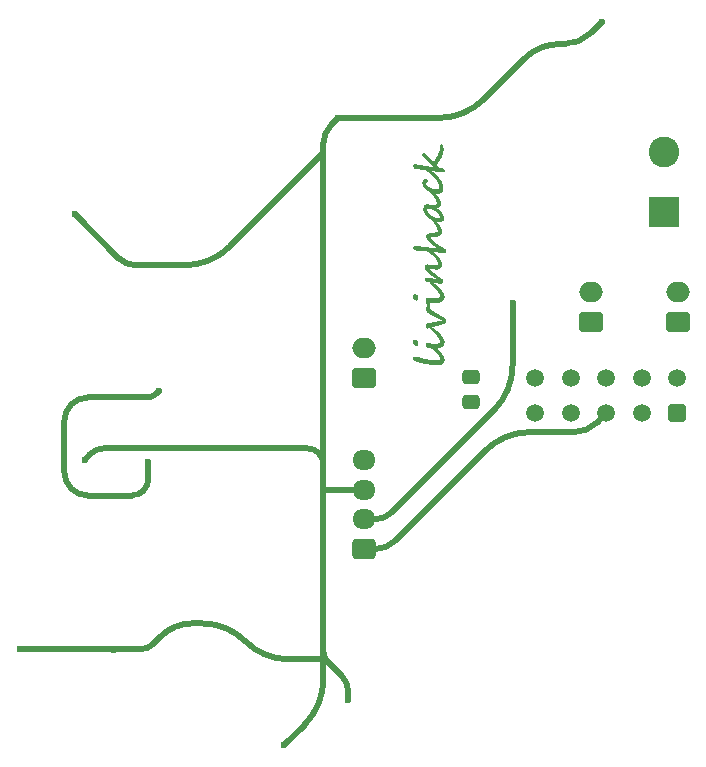
<source format=gtl>
G04 #@! TF.GenerationSoftware,KiCad,Pcbnew,7.0.1*
G04 #@! TF.CreationDate,2023-09-20T22:51:36-04:00*
G04 #@! TF.ProjectId,kirigami_pcb,6b697269-6761-46d6-995f-7063622e6b69,rev?*
G04 #@! TF.SameCoordinates,Original*
G04 #@! TF.FileFunction,Copper,L1,Top*
G04 #@! TF.FilePolarity,Positive*
%FSLAX46Y46*%
G04 Gerber Fmt 4.6, Leading zero omitted, Abs format (unit mm)*
G04 Created by KiCad (PCBNEW 7.0.1) date 2023-09-20 22:51:36*
%MOMM*%
%LPD*%
G01*
G04 APERTURE LIST*
G04 Aperture macros list*
%AMRoundRect*
0 Rectangle with rounded corners*
0 $1 Rounding radius*
0 $2 $3 $4 $5 $6 $7 $8 $9 X,Y pos of 4 corners*
0 Add a 4 corners polygon primitive as box body*
4,1,4,$2,$3,$4,$5,$6,$7,$8,$9,$2,$3,0*
0 Add four circle primitives for the rounded corners*
1,1,$1+$1,$2,$3*
1,1,$1+$1,$4,$5*
1,1,$1+$1,$6,$7*
1,1,$1+$1,$8,$9*
0 Add four rect primitives between the rounded corners*
20,1,$1+$1,$2,$3,$4,$5,0*
20,1,$1+$1,$4,$5,$6,$7,0*
20,1,$1+$1,$6,$7,$8,$9,0*
20,1,$1+$1,$8,$9,$2,$3,0*%
G04 Aperture macros list end*
%ADD10C,0.300000*%
G04 #@! TA.AperFunction,NonConductor*
%ADD11C,0.300000*%
G04 #@! TD*
G04 #@! TA.AperFunction,ComponentPad*
%ADD12RoundRect,0.250000X0.750000X-0.600000X0.750000X0.600000X-0.750000X0.600000X-0.750000X-0.600000X0*%
G04 #@! TD*
G04 #@! TA.AperFunction,ComponentPad*
%ADD13O,2.000000X1.700000*%
G04 #@! TD*
G04 #@! TA.AperFunction,ComponentPad*
%ADD14RoundRect,0.250000X0.725000X-0.600000X0.725000X0.600000X-0.725000X0.600000X-0.725000X-0.600000X0*%
G04 #@! TD*
G04 #@! TA.AperFunction,ComponentPad*
%ADD15O,1.950000X1.700000*%
G04 #@! TD*
G04 #@! TA.AperFunction,ComponentPad*
%ADD16R,2.600000X2.600000*%
G04 #@! TD*
G04 #@! TA.AperFunction,ComponentPad*
%ADD17C,2.600000*%
G04 #@! TD*
G04 #@! TA.AperFunction,SMDPad,CuDef*
%ADD18RoundRect,0.250000X0.475000X-0.337500X0.475000X0.337500X-0.475000X0.337500X-0.475000X-0.337500X0*%
G04 #@! TD*
G04 #@! TA.AperFunction,ComponentPad*
%ADD19RoundRect,0.250001X0.499999X0.499999X-0.499999X0.499999X-0.499999X-0.499999X0.499999X-0.499999X0*%
G04 #@! TD*
G04 #@! TA.AperFunction,ComponentPad*
%ADD20C,1.500000*%
G04 #@! TD*
G04 #@! TA.AperFunction,ViaPad*
%ADD21C,0.756400*%
G04 #@! TD*
G04 #@! TA.AperFunction,ViaPad*
%ADD22C,0.600000*%
G04 #@! TD*
G04 #@! TA.AperFunction,Conductor*
%ADD23C,0.500000*%
G04 #@! TD*
G04 APERTURE END LIST*
D10*
D11*
G36*
X207505024Y-56438974D02*
G01*
X207527864Y-56455703D01*
X207550438Y-56472462D01*
X207572744Y-56489249D01*
X207594783Y-56506064D01*
X207616555Y-56522908D01*
X207638060Y-56539781D01*
X207659298Y-56556683D01*
X207680268Y-56573613D01*
X207700972Y-56590571D01*
X207721408Y-56607558D01*
X207741577Y-56624574D01*
X207761479Y-56641619D01*
X207781114Y-56658692D01*
X207800481Y-56675794D01*
X207819582Y-56692924D01*
X207838415Y-56710083D01*
X207856944Y-56727247D01*
X207875128Y-56744392D01*
X207892969Y-56761517D01*
X207910467Y-56778624D01*
X207936070Y-56804248D01*
X207960899Y-56829829D01*
X207984956Y-56855367D01*
X208008241Y-56880862D01*
X208030752Y-56906315D01*
X208052490Y-56931724D01*
X208073456Y-56957091D01*
X208093649Y-56982414D01*
X208113032Y-57007668D01*
X208131566Y-57032825D01*
X208149253Y-57057885D01*
X208166092Y-57082849D01*
X208182083Y-57107717D01*
X208197226Y-57132487D01*
X208211521Y-57157162D01*
X208224968Y-57181739D01*
X208237567Y-57206220D01*
X208249318Y-57230604D01*
X208256681Y-57246807D01*
X208266939Y-57270987D01*
X208276187Y-57294985D01*
X208284427Y-57318801D01*
X208291658Y-57342434D01*
X208299729Y-57373661D01*
X208306007Y-57404563D01*
X208310491Y-57435141D01*
X208313182Y-57465395D01*
X208314078Y-57495324D01*
X208313444Y-57520710D01*
X208311541Y-57545422D01*
X208306306Y-57581231D01*
X208298217Y-57615525D01*
X208287272Y-57648307D01*
X208273473Y-57679575D01*
X208256818Y-57709329D01*
X208237309Y-57737570D01*
X208214944Y-57764298D01*
X208189724Y-57789513D01*
X208161650Y-57813214D01*
X208151657Y-57820778D01*
X208130691Y-57835196D01*
X208108552Y-57848684D01*
X208085239Y-57861242D01*
X208060753Y-57872870D01*
X208035093Y-57883568D01*
X208008260Y-57893335D01*
X207980253Y-57902172D01*
X207951072Y-57910079D01*
X207920719Y-57917056D01*
X207889191Y-57923102D01*
X207856490Y-57928218D01*
X207822616Y-57932404D01*
X207787568Y-57935660D01*
X207751347Y-57937986D01*
X207713952Y-57939381D01*
X207675383Y-57939846D01*
X207644192Y-57939674D01*
X207612443Y-57939159D01*
X207580136Y-57938300D01*
X207547270Y-57937098D01*
X207513847Y-57935553D01*
X207479865Y-57933664D01*
X207445325Y-57931431D01*
X207410227Y-57928855D01*
X207374571Y-57925936D01*
X207338357Y-57922673D01*
X207313904Y-57920307D01*
X207289308Y-57917740D01*
X207264674Y-57915078D01*
X207240001Y-57912321D01*
X207215291Y-57909468D01*
X207190542Y-57906520D01*
X207165755Y-57903477D01*
X207140930Y-57900338D01*
X207116067Y-57897103D01*
X207091166Y-57893774D01*
X207066226Y-57890349D01*
X207041249Y-57886828D01*
X207016233Y-57883212D01*
X206991179Y-57879501D01*
X206966087Y-57875694D01*
X206940957Y-57871792D01*
X206915788Y-57867794D01*
X206890629Y-57863649D01*
X206865527Y-57859456D01*
X206840483Y-57855215D01*
X206815496Y-57850926D01*
X206790566Y-57846590D01*
X206765693Y-57842206D01*
X206740878Y-57837774D01*
X206716120Y-57833295D01*
X206691419Y-57828768D01*
X206666775Y-57824193D01*
X206642188Y-57819571D01*
X206617659Y-57814900D01*
X206593187Y-57810183D01*
X206568772Y-57805417D01*
X206544415Y-57800604D01*
X206520115Y-57795743D01*
X206495974Y-57790789D01*
X206460255Y-57783384D01*
X206425127Y-57776012D01*
X206390589Y-57768673D01*
X206356641Y-57761365D01*
X206323284Y-57754090D01*
X206290517Y-57746846D01*
X206258340Y-57739635D01*
X206226754Y-57732457D01*
X206195758Y-57725310D01*
X206165352Y-57718196D01*
X206140824Y-57712324D01*
X206116930Y-57706389D01*
X206086056Y-57698375D01*
X206056308Y-57690246D01*
X206027686Y-57682003D01*
X206000190Y-57673645D01*
X205973819Y-57665173D01*
X205948574Y-57656586D01*
X205936374Y-57652250D01*
X205912799Y-57643291D01*
X205884860Y-57631798D01*
X205858620Y-57619976D01*
X205834079Y-57607827D01*
X205811238Y-57595349D01*
X205790096Y-57582544D01*
X205778227Y-57574703D01*
X205756030Y-57558581D01*
X205736152Y-57541816D01*
X205718593Y-57524407D01*
X205701036Y-57503282D01*
X205686636Y-57481280D01*
X205674978Y-57458081D01*
X205666183Y-57433362D01*
X205660252Y-57407123D01*
X205657184Y-57379366D01*
X205656716Y-57362822D01*
X205658213Y-57337137D01*
X205663389Y-57311998D01*
X205673353Y-57288476D01*
X205675645Y-57284665D01*
X205690929Y-57263942D01*
X205709305Y-57246654D01*
X205723272Y-57237037D01*
X205746628Y-57224930D01*
X205770451Y-57216698D01*
X205791660Y-57212002D01*
X205815882Y-57208138D01*
X205840461Y-57205705D01*
X205865398Y-57204704D01*
X205870429Y-57204675D01*
X205896418Y-57206087D01*
X205923228Y-57209639D01*
X205949231Y-57214405D01*
X205978025Y-57220759D01*
X206004152Y-57227267D01*
X206031295Y-57234346D01*
X206058915Y-57241841D01*
X206087013Y-57249754D01*
X206115587Y-57258084D01*
X206144639Y-57266832D01*
X206168224Y-57274130D01*
X206186113Y-57279780D01*
X206209993Y-57287250D01*
X206233702Y-57294701D01*
X206257239Y-57302134D01*
X206280604Y-57309547D01*
X206309569Y-57318786D01*
X206338266Y-57327996D01*
X206366694Y-57337176D01*
X206372348Y-57339009D01*
X206399563Y-57347619D01*
X206425108Y-57355514D01*
X206448984Y-57362693D01*
X206475431Y-57370364D01*
X206499473Y-57377005D01*
X206517672Y-57381751D01*
X206544310Y-57387743D01*
X206572016Y-57393811D01*
X206600791Y-57399955D01*
X206630635Y-57406175D01*
X206661547Y-57412472D01*
X206693527Y-57418845D01*
X206718214Y-57423675D01*
X206743501Y-57428548D01*
X206760694Y-57431821D01*
X206786769Y-57436592D01*
X206813015Y-57441288D01*
X206839434Y-57445908D01*
X206866024Y-57450454D01*
X206892785Y-57454924D01*
X206919719Y-57459320D01*
X206946824Y-57463640D01*
X206974101Y-57467885D01*
X207001550Y-57472055D01*
X207029170Y-57476149D01*
X207047679Y-57478838D01*
X207075364Y-57482780D01*
X207103006Y-57486594D01*
X207130605Y-57490279D01*
X207158161Y-57493836D01*
X207185674Y-57497263D01*
X207213144Y-57500562D01*
X207240571Y-57503732D01*
X207267956Y-57506773D01*
X207295297Y-57509685D01*
X207322596Y-57512469D01*
X207340771Y-57514253D01*
X207367804Y-57516654D01*
X207394409Y-57518818D01*
X207420584Y-57520746D01*
X207446329Y-57522439D01*
X207471646Y-57523895D01*
X207496533Y-57525115D01*
X207520990Y-57526099D01*
X207552933Y-57527043D01*
X207584112Y-57527568D01*
X207606995Y-57527686D01*
X207635239Y-57527358D01*
X207661962Y-57526374D01*
X207687164Y-57524735D01*
X207715400Y-57521901D01*
X207741446Y-57518123D01*
X207761479Y-57514253D01*
X207786995Y-57507787D01*
X207813223Y-57499611D01*
X207836321Y-57490595D01*
X207858565Y-57479448D01*
X207880808Y-57464815D01*
X207899312Y-57448028D01*
X207909246Y-57434874D01*
X207919779Y-57411823D01*
X207923290Y-57390300D01*
X207921272Y-57360983D01*
X207916508Y-57335143D01*
X207908941Y-57308020D01*
X207898571Y-57279616D01*
X207888257Y-57255969D01*
X207876150Y-57231502D01*
X207865893Y-57212613D01*
X207850818Y-57186786D01*
X207834599Y-57160597D01*
X207817235Y-57134045D01*
X207798726Y-57107131D01*
X207784093Y-57086707D01*
X207768816Y-57066079D01*
X207752895Y-57045248D01*
X207736330Y-57024212D01*
X207719120Y-57002973D01*
X207713241Y-56995847D01*
X207695128Y-56974395D01*
X207676512Y-56952857D01*
X207657390Y-56931233D01*
X207637764Y-56909523D01*
X207617634Y-56887727D01*
X207596999Y-56865845D01*
X207575860Y-56843878D01*
X207554216Y-56821824D01*
X207532068Y-56799685D01*
X207509415Y-56777460D01*
X207494033Y-56762595D01*
X207470597Y-56740258D01*
X207447000Y-56718124D01*
X207423241Y-56696194D01*
X207399322Y-56674468D01*
X207375242Y-56652946D01*
X207351001Y-56631627D01*
X207326598Y-56610513D01*
X207302035Y-56589603D01*
X207277311Y-56568896D01*
X207252426Y-56548394D01*
X207235746Y-56534839D01*
X207215443Y-56520375D01*
X207195158Y-56504560D01*
X207175790Y-56487553D01*
X207167358Y-56479274D01*
X207152757Y-56458710D01*
X207144217Y-56433962D01*
X207141713Y-56407833D01*
X207144815Y-56382855D01*
X207156482Y-56359289D01*
X207167969Y-56347993D01*
X207190209Y-56334552D01*
X207214263Y-56327962D01*
X207225976Y-56327233D01*
X207250503Y-56328643D01*
X207275290Y-56332450D01*
X207290701Y-56335781D01*
X207315265Y-56342524D01*
X207340263Y-56350999D01*
X207363363Y-56360205D01*
X207386261Y-56370164D01*
X207409159Y-56380956D01*
X207432056Y-56392584D01*
X207436636Y-56395010D01*
X207458794Y-56407520D01*
X207480237Y-56420627D01*
X207500964Y-56434330D01*
X207505024Y-56437142D01*
X207505024Y-56438974D01*
G37*
G36*
X205791660Y-55777686D02*
G01*
X205816241Y-55778504D01*
X205843690Y-55781443D01*
X205870452Y-55786519D01*
X205896527Y-55793731D01*
X205899738Y-55794783D01*
X205924696Y-55804324D01*
X205948892Y-55815849D01*
X205972324Y-55829359D01*
X205994993Y-55844853D01*
X206016459Y-55862150D01*
X206035064Y-55881680D01*
X206050806Y-55903443D01*
X206063686Y-55927438D01*
X206073704Y-55953665D01*
X206080859Y-55982125D01*
X206085152Y-56012818D01*
X206086494Y-56037302D01*
X206086584Y-56045743D01*
X206086004Y-56071841D01*
X206084265Y-56098615D01*
X206081746Y-56122982D01*
X206079256Y-56141608D01*
X206074753Y-56166032D01*
X206068410Y-56192050D01*
X206060714Y-56216522D01*
X206054832Y-56231978D01*
X206043812Y-56255734D01*
X206030038Y-56278561D01*
X206014532Y-56297923D01*
X205995269Y-56313551D01*
X205972269Y-56322342D01*
X205958967Y-56323569D01*
X205932024Y-56321813D01*
X205907822Y-56317397D01*
X205883037Y-56310293D01*
X205857667Y-56300501D01*
X205846615Y-56295481D01*
X205824497Y-56284225D01*
X205803023Y-56271982D01*
X205782194Y-56258752D01*
X205762008Y-56244533D01*
X205742466Y-56229328D01*
X205736095Y-56224040D01*
X205717484Y-56207668D01*
X205697344Y-56187699D01*
X205678898Y-56166796D01*
X205662148Y-56144957D01*
X205651221Y-56128785D01*
X205638135Y-56106016D01*
X205628263Y-56083655D01*
X205620917Y-56058601D01*
X205617769Y-56034082D01*
X205617637Y-56028035D01*
X205618017Y-56002498D01*
X205619381Y-55974887D01*
X205621738Y-55948956D01*
X205625087Y-55924703D01*
X205625575Y-55921789D01*
X205630663Y-55896797D01*
X205638582Y-55871633D01*
X205648886Y-55849212D01*
X205652442Y-55843021D01*
X205667259Y-55822373D01*
X205685684Y-55805765D01*
X205705565Y-55794173D01*
X205728665Y-55785479D01*
X205755224Y-55780005D01*
X205782084Y-55777831D01*
X205791660Y-55777686D01*
G37*
G36*
X207760258Y-55109682D02*
G01*
X207777839Y-55127279D01*
X207795093Y-55144577D01*
X207815365Y-55164942D01*
X207835164Y-55184877D01*
X207854492Y-55204383D01*
X207867114Y-55217149D01*
X207885489Y-55236197D01*
X207903521Y-55255331D01*
X207921210Y-55274551D01*
X207938555Y-55293856D01*
X207955557Y-55313248D01*
X207961147Y-55319731D01*
X207977798Y-55339008D01*
X207994321Y-55358371D01*
X208010714Y-55377820D01*
X208026979Y-55397354D01*
X208043114Y-55416975D01*
X208048464Y-55423534D01*
X208064493Y-55443233D01*
X208080521Y-55463405D01*
X208096550Y-55484049D01*
X208112578Y-55505165D01*
X208128606Y-55526753D01*
X208133949Y-55534054D01*
X208149749Y-55556238D01*
X208164861Y-55578368D01*
X208179287Y-55600445D01*
X208193025Y-55622468D01*
X208206077Y-55644437D01*
X208218442Y-55666353D01*
X208230120Y-55688215D01*
X208244622Y-55717281D01*
X208257903Y-55746251D01*
X208267062Y-55767916D01*
X208278081Y-55796434D01*
X208287631Y-55824588D01*
X208295712Y-55852381D01*
X208302324Y-55879810D01*
X208307467Y-55906877D01*
X208311140Y-55933582D01*
X208313344Y-55959924D01*
X208314078Y-55985903D01*
X208313468Y-56015479D01*
X208311636Y-56044064D01*
X208308583Y-56071655D01*
X208304309Y-56098255D01*
X208298813Y-56123862D01*
X208292096Y-56148477D01*
X208284159Y-56172100D01*
X208275000Y-56194731D01*
X208261911Y-56221597D01*
X208247451Y-56247241D01*
X208231619Y-56271662D01*
X208214416Y-56294861D01*
X208195841Y-56316837D01*
X208175895Y-56337591D01*
X208167533Y-56345551D01*
X208145669Y-56364638D01*
X208122822Y-56382593D01*
X208098991Y-56399414D01*
X208074177Y-56415103D01*
X208048378Y-56429658D01*
X208021595Y-56443081D01*
X208010607Y-56448133D01*
X207982700Y-56459957D01*
X207954316Y-56471007D01*
X207931266Y-56479288D01*
X207907910Y-56487073D01*
X207884249Y-56494362D01*
X207860283Y-56501155D01*
X207836011Y-56507452D01*
X207823761Y-56510415D01*
X207799146Y-56515987D01*
X207774454Y-56521100D01*
X207749687Y-56525756D01*
X207724842Y-56529954D01*
X207699922Y-56533694D01*
X207674925Y-56536976D01*
X207649852Y-56539800D01*
X207624703Y-56542166D01*
X207599668Y-56544170D01*
X207574938Y-56545906D01*
X207550514Y-56547376D01*
X207520413Y-56548836D01*
X207490789Y-56549880D01*
X207461642Y-56550506D01*
X207432972Y-56550715D01*
X207407856Y-56550238D01*
X207380154Y-56548993D01*
X207355268Y-56547490D01*
X207331612Y-56545830D01*
X207306417Y-56543640D01*
X207280750Y-56541193D01*
X207254611Y-56538488D01*
X207227999Y-56535526D01*
X207200915Y-56532306D01*
X207191782Y-56531175D01*
X207164477Y-56527469D01*
X207137515Y-56523676D01*
X207110896Y-56519798D01*
X207084621Y-56515834D01*
X207058689Y-56511784D01*
X207050122Y-56510415D01*
X207025192Y-56506250D01*
X206998494Y-56501283D01*
X206974368Y-56496199D01*
X206949944Y-56490246D01*
X206938991Y-56487212D01*
X206914648Y-56478056D01*
X206891078Y-56466389D01*
X206868280Y-56452210D01*
X206855949Y-56443248D01*
X206836485Y-56427372D01*
X206817786Y-56409665D01*
X206799849Y-56390125D01*
X206782676Y-56368754D01*
X206766075Y-56345999D01*
X206751687Y-56322615D01*
X206739513Y-56298601D01*
X206729553Y-56273957D01*
X206721806Y-56248684D01*
X206716272Y-56222781D01*
X206712952Y-56196248D01*
X206711845Y-56169085D01*
X206713877Y-56142896D01*
X206722133Y-56115070D01*
X206736739Y-56092700D01*
X206757696Y-56075786D01*
X206785004Y-56064328D01*
X206811422Y-56059090D01*
X206841905Y-56057344D01*
X206868674Y-56058165D01*
X206894739Y-56060274D01*
X206919299Y-56063183D01*
X206945496Y-56067086D01*
X206949371Y-56067725D01*
X206976440Y-56072178D01*
X207003684Y-56076457D01*
X207031104Y-56080560D01*
X207058699Y-56084488D01*
X207074546Y-56086653D01*
X207102152Y-56090482D01*
X207128642Y-56094181D01*
X207154015Y-56097752D01*
X207178273Y-56101193D01*
X207205162Y-56105046D01*
X207208879Y-56105582D01*
X207234237Y-56109205D01*
X207258484Y-56112595D01*
X207284836Y-56116182D01*
X207309737Y-56119464D01*
X207315736Y-56120237D01*
X207341802Y-56123478D01*
X207366418Y-56126333D01*
X207392071Y-56129052D01*
X207401831Y-56130006D01*
X207427917Y-56131745D01*
X207453282Y-56132761D01*
X207475715Y-56133060D01*
X207504228Y-56132621D01*
X207529830Y-56131548D01*
X207556506Y-56129831D01*
X207584256Y-56127469D01*
X207613078Y-56124464D01*
X207617986Y-56123900D01*
X207646930Y-56119915D01*
X207675145Y-56115285D01*
X207702629Y-56110011D01*
X207729384Y-56104094D01*
X207755409Y-56097532D01*
X207763921Y-56095202D01*
X207788379Y-56087803D01*
X207815068Y-56078411D01*
X207839770Y-56068202D01*
X207862485Y-56057174D01*
X207877494Y-56048796D01*
X207897530Y-56034523D01*
X207914524Y-56015179D01*
X207922887Y-55991972D01*
X207923290Y-55985293D01*
X207922488Y-55957892D01*
X207920472Y-55932538D01*
X207917229Y-55905899D01*
X207912759Y-55877975D01*
X207910467Y-55865614D01*
X207904585Y-55840126D01*
X207896557Y-55814036D01*
X207886381Y-55787346D01*
X207876262Y-55764645D01*
X207864652Y-55741527D01*
X207854291Y-55722732D01*
X207841164Y-55700066D01*
X207827351Y-55677103D01*
X207812852Y-55653841D01*
X207797667Y-55630282D01*
X207781797Y-55606424D01*
X207765240Y-55582268D01*
X207758426Y-55572522D01*
X207740835Y-55547994D01*
X207726161Y-55528220D01*
X207710954Y-55508314D01*
X207695211Y-55488273D01*
X207678935Y-55468099D01*
X207662124Y-55447792D01*
X207644779Y-55427351D01*
X207631420Y-55411933D01*
X207614637Y-55392593D01*
X207597874Y-55373350D01*
X207581130Y-55354202D01*
X207564405Y-55335149D01*
X207547700Y-55316191D01*
X207531013Y-55297329D01*
X207514345Y-55278563D01*
X207497697Y-55259891D01*
X207480714Y-55241249D01*
X207463350Y-55222568D01*
X207445604Y-55203849D01*
X207427477Y-55185092D01*
X207408968Y-55166297D01*
X207390077Y-55147463D01*
X207370805Y-55128592D01*
X207351151Y-55109682D01*
X207331466Y-55090931D01*
X207312940Y-55073146D01*
X207293716Y-55054517D01*
X207286427Y-55047400D01*
X207268347Y-55029941D01*
X207249010Y-55011837D01*
X207230251Y-54994888D01*
X207212068Y-54978240D01*
X207192892Y-54960409D01*
X207178960Y-54947260D01*
X207159840Y-54929515D01*
X207141710Y-54912644D01*
X207126448Y-54898412D01*
X207107593Y-54881960D01*
X207106908Y-54881315D01*
X207089153Y-54864350D01*
X207084316Y-54859333D01*
X207069006Y-54839506D01*
X207065387Y-54833688D01*
X207057643Y-54809988D01*
X207057449Y-54805600D01*
X207061027Y-54780985D01*
X207066608Y-54765300D01*
X207080516Y-54745178D01*
X207100802Y-54731716D01*
X207124463Y-54722557D01*
X207147819Y-54718283D01*
X207172574Y-54716753D01*
X207186287Y-54716451D01*
X207210656Y-54721793D01*
X207235329Y-54731997D01*
X207242463Y-54735380D01*
X207265164Y-54746993D01*
X207287127Y-54758938D01*
X207310769Y-54772410D01*
X207332833Y-54785450D01*
X207355623Y-54799333D01*
X207379115Y-54814267D01*
X207399809Y-54827906D01*
X207421018Y-54842317D01*
X207442742Y-54857501D01*
X207464516Y-54872929D01*
X207486334Y-54888528D01*
X207508194Y-54904299D01*
X207530097Y-54920241D01*
X207552043Y-54936355D01*
X207559368Y-54941765D01*
X207580928Y-54957836D01*
X207602101Y-54973994D01*
X207622888Y-54990237D01*
X207643288Y-55006566D01*
X207663302Y-55022981D01*
X207669888Y-55028471D01*
X207689065Y-55044535D01*
X207710135Y-55062789D01*
X207729804Y-55080516D01*
X207748069Y-55097717D01*
X207760258Y-55109682D01*
G37*
G36*
X206841905Y-52415683D02*
G01*
X206866461Y-52421206D01*
X206880373Y-52428506D01*
X206901286Y-52442855D01*
X206921170Y-52459081D01*
X206922505Y-52460258D01*
X206940203Y-52477872D01*
X206956966Y-52497591D01*
X206961584Y-52503611D01*
X206976443Y-52524448D01*
X206989771Y-52546773D01*
X206992114Y-52551238D01*
X207003909Y-52574968D01*
X207014869Y-52599979D01*
X207024994Y-52626273D01*
X207034284Y-52653849D01*
X207042739Y-52682707D01*
X207048903Y-52706716D01*
X207053175Y-52725261D01*
X207058365Y-52750038D01*
X207063250Y-52774606D01*
X207067829Y-52798963D01*
X207072103Y-52823111D01*
X207077017Y-52853000D01*
X207081453Y-52882562D01*
X207085413Y-52911795D01*
X207086147Y-52917602D01*
X207089388Y-52945938D01*
X207092242Y-52973320D01*
X207094707Y-52999748D01*
X207096785Y-53025222D01*
X207098476Y-53049742D01*
X207099993Y-53077906D01*
X207100191Y-53082466D01*
X207101021Y-53107725D01*
X207101773Y-53132745D01*
X207102395Y-53157872D01*
X207102634Y-53176500D01*
X207114906Y-53198556D01*
X207132938Y-53216092D01*
X207155290Y-53234378D01*
X207166748Y-53243056D01*
X207187707Y-53258196D01*
X207210516Y-53274230D01*
X207235173Y-53291159D01*
X207256229Y-53305346D01*
X207278468Y-53320106D01*
X207301891Y-53335438D01*
X207326496Y-53351342D01*
X207332833Y-53355408D01*
X207358764Y-53371913D01*
X207385574Y-53388762D01*
X207413261Y-53405955D01*
X207434603Y-53419074D01*
X207456438Y-53432387D01*
X207478767Y-53445893D01*
X207501589Y-53459593D01*
X207524906Y-53473485D01*
X207548716Y-53487571D01*
X207564863Y-53497069D01*
X207589244Y-53511374D01*
X207613614Y-53525669D01*
X207637973Y-53539954D01*
X207662322Y-53554227D01*
X207686660Y-53568490D01*
X207710987Y-53582742D01*
X207735303Y-53596983D01*
X207759609Y-53611214D01*
X207783904Y-53625434D01*
X207808188Y-53639643D01*
X207824371Y-53649110D01*
X207850704Y-53664509D01*
X207876884Y-53679869D01*
X207902911Y-53695192D01*
X207928785Y-53710476D01*
X207954507Y-53725722D01*
X207980076Y-53740930D01*
X208005493Y-53756100D01*
X208030757Y-53771231D01*
X208055524Y-53786115D01*
X208079758Y-53800846D01*
X208103457Y-53815424D01*
X208126622Y-53829849D01*
X208149253Y-53844122D01*
X208171349Y-53858243D01*
X208192911Y-53872210D01*
X208213939Y-53886025D01*
X208234318Y-53899649D01*
X208258718Y-53916358D01*
X208281926Y-53932708D01*
X208303941Y-53948701D01*
X208324764Y-53964336D01*
X208344394Y-53979613D01*
X208355600Y-53988607D01*
X208376587Y-54005788D01*
X208395127Y-54022067D01*
X208413664Y-54039919D01*
X208430771Y-54058819D01*
X208439253Y-54069818D01*
X208449757Y-54092546D01*
X208458446Y-54116081D01*
X208461845Y-54127215D01*
X208467380Y-54152533D01*
X208469985Y-54177692D01*
X208470394Y-54193161D01*
X208469137Y-54221131D01*
X208465368Y-54247874D01*
X208459086Y-54273391D01*
X208450291Y-54297679D01*
X208444138Y-54311008D01*
X208430985Y-54332721D01*
X208414502Y-54352448D01*
X208394687Y-54370188D01*
X208371542Y-54385941D01*
X208356821Y-54394050D01*
X208333652Y-54405279D01*
X208309558Y-54416447D01*
X208284541Y-54427556D01*
X208258599Y-54438606D01*
X208231733Y-54449595D01*
X208203942Y-54460526D01*
X208192568Y-54464881D01*
X208169498Y-54473401D01*
X208146085Y-54481863D01*
X208122329Y-54490269D01*
X208098229Y-54498617D01*
X208073785Y-54506908D01*
X208048999Y-54515141D01*
X208023868Y-54523318D01*
X207998394Y-54531437D01*
X207972491Y-54539480D01*
X207946378Y-54547427D01*
X207920055Y-54555279D01*
X207893523Y-54563036D01*
X207866780Y-54570697D01*
X207839827Y-54578263D01*
X207812665Y-54585733D01*
X207785293Y-54593108D01*
X207757796Y-54600436D01*
X207730262Y-54607763D01*
X207702689Y-54615090D01*
X207675078Y-54622418D01*
X207647429Y-54629745D01*
X207619742Y-54637072D01*
X207592016Y-54644399D01*
X207564253Y-54651727D01*
X207540141Y-54657880D01*
X207516196Y-54663977D01*
X207492418Y-54670016D01*
X207457064Y-54678968D01*
X207422086Y-54687791D01*
X207387484Y-54696485D01*
X207353257Y-54705050D01*
X207319406Y-54713486D01*
X207285930Y-54721794D01*
X207252831Y-54729973D01*
X207220107Y-54738023D01*
X207198499Y-54743318D01*
X207166437Y-54751330D01*
X207135051Y-54759568D01*
X207104341Y-54768031D01*
X207074307Y-54776720D01*
X207044950Y-54785634D01*
X207016269Y-54794773D01*
X206988264Y-54804138D01*
X206960935Y-54813728D01*
X206934282Y-54823544D01*
X206908306Y-54833585D01*
X206891364Y-54840404D01*
X206866817Y-54838231D01*
X206841581Y-54830717D01*
X206818493Y-54817837D01*
X206811985Y-54812927D01*
X206793765Y-54796602D01*
X206775900Y-54776423D01*
X206760539Y-54754098D01*
X206756420Y-54746981D01*
X206744924Y-54724903D01*
X206734191Y-54700145D01*
X206725604Y-54675148D01*
X206723447Y-54667602D01*
X206717329Y-54643667D01*
X206712978Y-54618251D01*
X206711845Y-54599825D01*
X206713584Y-54575310D01*
X206717341Y-54554640D01*
X206723447Y-54530063D01*
X206731995Y-54506402D01*
X206742376Y-54484268D01*
X206753977Y-54464270D01*
X206769958Y-54444664D01*
X206780233Y-54436793D01*
X206802680Y-54426167D01*
X206825599Y-54416271D01*
X206848991Y-54407105D01*
X206872855Y-54398668D01*
X206897191Y-54390962D01*
X206905408Y-54388555D01*
X206930166Y-54381628D01*
X206955439Y-54375045D01*
X206981228Y-54368806D01*
X207007532Y-54362909D01*
X207034351Y-54357357D01*
X207043405Y-54355582D01*
X207070868Y-54350173D01*
X207098760Y-54344935D01*
X207127082Y-54339869D01*
X207155833Y-54334974D01*
X207180120Y-54331027D01*
X207194836Y-54328715D01*
X207219615Y-54324780D01*
X207244722Y-54320606D01*
X207270157Y-54316193D01*
X207295920Y-54311542D01*
X207322011Y-54306653D01*
X207348429Y-54301524D01*
X207359089Y-54299406D01*
X207383152Y-54294651D01*
X207408021Y-54289925D01*
X207433694Y-54285229D01*
X207460173Y-54280563D01*
X207487456Y-54275927D01*
X207515545Y-54271321D01*
X207527006Y-54269487D01*
X207555717Y-54264832D01*
X207584608Y-54260029D01*
X207613677Y-54255077D01*
X207642926Y-54249976D01*
X207672353Y-54244725D01*
X207701959Y-54239326D01*
X207713852Y-54237124D01*
X207743559Y-54231370D01*
X207773147Y-54225556D01*
X207802616Y-54219683D01*
X207831966Y-54213750D01*
X207861196Y-54207757D01*
X207890307Y-54201704D01*
X207901919Y-54199267D01*
X207930535Y-54192836D01*
X207958376Y-54186136D01*
X207985442Y-54179169D01*
X208011732Y-54171933D01*
X208037248Y-54164428D01*
X208061988Y-54156655D01*
X208071667Y-54153471D01*
X208050716Y-54139198D01*
X208029566Y-54125833D01*
X208005786Y-54111649D01*
X207983311Y-54098841D01*
X207967254Y-54089968D01*
X207942095Y-54076373D01*
X207920473Y-54064912D01*
X207898255Y-54053332D01*
X207875441Y-54041632D01*
X207852030Y-54029814D01*
X207828023Y-54017876D01*
X207823150Y-54015474D01*
X207798461Y-54003277D01*
X207773622Y-53991109D01*
X207748634Y-53978972D01*
X207723497Y-53966864D01*
X207698211Y-53954786D01*
X207672776Y-53942738D01*
X207662561Y-53937927D01*
X207637260Y-53925965D01*
X207612496Y-53914123D01*
X207588268Y-53902400D01*
X207564577Y-53890796D01*
X207541423Y-53879311D01*
X207518806Y-53867946D01*
X207509909Y-53863433D01*
X207482560Y-53849692D01*
X207455469Y-53836177D01*
X207428636Y-53822888D01*
X207402060Y-53809823D01*
X207375742Y-53796985D01*
X207349682Y-53784371D01*
X207323879Y-53771983D01*
X207298333Y-53759820D01*
X207273046Y-53747883D01*
X207248016Y-53736171D01*
X207231472Y-53728489D01*
X207206950Y-53716959D01*
X207183072Y-53705269D01*
X207159838Y-53693418D01*
X207137248Y-53681405D01*
X207115302Y-53669232D01*
X207093999Y-53656897D01*
X207066598Y-53640201D01*
X207040342Y-53623219D01*
X207015231Y-53605950D01*
X207003105Y-53597208D01*
X206984221Y-53579767D01*
X206963422Y-53562785D01*
X206941746Y-53546583D01*
X206936549Y-53542864D01*
X206915292Y-53527217D01*
X206894264Y-53510197D01*
X206873465Y-53491802D01*
X206855454Y-53474580D01*
X206852896Y-53472034D01*
X206835494Y-53453284D01*
X206819086Y-53433365D01*
X206803671Y-53412278D01*
X206789249Y-53390022D01*
X206781454Y-53376779D01*
X206769558Y-53352244D01*
X206760584Y-53326189D01*
X206754532Y-53298615D01*
X206751670Y-53273771D01*
X206750924Y-53252215D01*
X206751306Y-53225845D01*
X206752451Y-53200466D01*
X206754359Y-53176080D01*
X206757030Y-53152686D01*
X206760561Y-53126390D01*
X206764286Y-53099706D01*
X206768204Y-53072637D01*
X206770464Y-53057431D01*
X206774051Y-53032282D01*
X206777486Y-53006293D01*
X206780768Y-52979465D01*
X206783897Y-52951796D01*
X206786276Y-52926222D01*
X206788071Y-52899186D01*
X206789281Y-52870690D01*
X206789854Y-52845102D01*
X206790003Y-52822958D01*
X206789520Y-52796227D01*
X206788280Y-52771412D01*
X206786276Y-52745604D01*
X206783897Y-52722208D01*
X206780768Y-52695380D01*
X206777486Y-52669238D01*
X206774051Y-52643783D01*
X206770464Y-52619016D01*
X206766439Y-52592359D01*
X206762607Y-52567345D01*
X206758576Y-52541478D01*
X206757030Y-52531699D01*
X206753309Y-52505767D01*
X206751020Y-52480274D01*
X206750924Y-52475523D01*
X206754273Y-52450249D01*
X206769156Y-52429107D01*
X206774738Y-52426064D01*
X206799014Y-52418968D01*
X206823664Y-52416180D01*
X206841905Y-52415683D01*
G37*
G36*
X205791660Y-51935746D02*
G01*
X205816241Y-51936564D01*
X205843690Y-51939503D01*
X205870452Y-51944579D01*
X205896527Y-51951791D01*
X205899738Y-51952843D01*
X205924696Y-51962384D01*
X205948892Y-51973909D01*
X205972324Y-51987419D01*
X205994993Y-52002913D01*
X206016459Y-52020210D01*
X206035064Y-52039740D01*
X206050806Y-52061503D01*
X206063686Y-52085498D01*
X206073704Y-52111725D01*
X206080859Y-52140185D01*
X206085152Y-52170878D01*
X206086494Y-52195362D01*
X206086584Y-52203803D01*
X206086004Y-52229901D01*
X206084265Y-52256675D01*
X206081746Y-52281042D01*
X206079256Y-52299668D01*
X206074753Y-52324092D01*
X206068410Y-52350110D01*
X206060714Y-52374582D01*
X206054832Y-52390038D01*
X206043812Y-52413794D01*
X206030038Y-52436621D01*
X206014532Y-52455983D01*
X205995269Y-52471611D01*
X205972269Y-52480402D01*
X205958967Y-52481629D01*
X205932024Y-52479873D01*
X205907822Y-52475457D01*
X205883037Y-52468353D01*
X205857667Y-52458561D01*
X205846615Y-52453541D01*
X205824497Y-52442285D01*
X205803023Y-52430042D01*
X205782194Y-52416812D01*
X205762008Y-52402593D01*
X205742466Y-52387388D01*
X205736095Y-52382100D01*
X205717484Y-52365728D01*
X205697344Y-52345759D01*
X205678898Y-52324856D01*
X205662148Y-52303017D01*
X205651221Y-52286845D01*
X205638135Y-52264076D01*
X205628263Y-52241715D01*
X205620917Y-52216661D01*
X205617769Y-52192142D01*
X205617637Y-52186095D01*
X205618017Y-52160558D01*
X205619381Y-52132947D01*
X205621738Y-52107016D01*
X205625087Y-52082763D01*
X205625575Y-52079849D01*
X205630663Y-52054857D01*
X205638582Y-52029693D01*
X205648886Y-52007272D01*
X205652442Y-52001081D01*
X205667259Y-51980433D01*
X205685684Y-51963825D01*
X205705565Y-51952233D01*
X205728665Y-51943539D01*
X205755224Y-51938065D01*
X205782084Y-51935891D01*
X205791660Y-51935746D01*
G37*
G36*
X207760258Y-51267742D02*
G01*
X207777839Y-51285339D01*
X207795093Y-51302637D01*
X207815365Y-51323002D01*
X207835164Y-51342937D01*
X207854492Y-51362443D01*
X207867114Y-51375209D01*
X207885489Y-51394257D01*
X207903521Y-51413391D01*
X207921210Y-51432611D01*
X207938555Y-51451916D01*
X207955557Y-51471308D01*
X207961147Y-51477791D01*
X207977798Y-51497068D01*
X207994321Y-51516431D01*
X208010714Y-51535880D01*
X208026979Y-51555414D01*
X208043114Y-51575035D01*
X208048464Y-51581594D01*
X208064493Y-51601293D01*
X208080521Y-51621465D01*
X208096550Y-51642109D01*
X208112578Y-51663225D01*
X208128606Y-51684813D01*
X208133949Y-51692114D01*
X208149749Y-51714298D01*
X208164861Y-51736428D01*
X208179287Y-51758505D01*
X208193025Y-51780528D01*
X208206077Y-51802497D01*
X208218442Y-51824413D01*
X208230120Y-51846275D01*
X208244622Y-51875341D01*
X208257903Y-51904311D01*
X208267062Y-51925976D01*
X208278081Y-51954494D01*
X208287631Y-51982648D01*
X208295712Y-52010441D01*
X208302324Y-52037870D01*
X208307467Y-52064937D01*
X208311140Y-52091642D01*
X208313344Y-52117984D01*
X208314078Y-52143963D01*
X208313468Y-52173539D01*
X208311636Y-52202124D01*
X208308583Y-52229715D01*
X208304309Y-52256315D01*
X208298813Y-52281922D01*
X208292096Y-52306537D01*
X208284159Y-52330160D01*
X208275000Y-52352791D01*
X208261911Y-52379657D01*
X208247451Y-52405301D01*
X208231619Y-52429722D01*
X208214416Y-52452921D01*
X208195841Y-52474897D01*
X208175895Y-52495651D01*
X208167533Y-52503611D01*
X208145669Y-52522698D01*
X208122822Y-52540653D01*
X208098991Y-52557474D01*
X208074177Y-52573163D01*
X208048378Y-52587718D01*
X208021595Y-52601141D01*
X208010607Y-52606193D01*
X207982700Y-52618017D01*
X207954316Y-52629067D01*
X207931266Y-52637348D01*
X207907910Y-52645133D01*
X207884249Y-52652422D01*
X207860283Y-52659215D01*
X207836011Y-52665512D01*
X207823761Y-52668475D01*
X207799146Y-52674047D01*
X207774454Y-52679160D01*
X207749687Y-52683816D01*
X207724842Y-52688014D01*
X207699922Y-52691754D01*
X207674925Y-52695036D01*
X207649852Y-52697860D01*
X207624703Y-52700226D01*
X207599668Y-52702230D01*
X207574938Y-52703966D01*
X207550514Y-52705436D01*
X207520413Y-52706896D01*
X207490789Y-52707940D01*
X207461642Y-52708566D01*
X207432972Y-52708775D01*
X207407856Y-52708298D01*
X207380154Y-52707053D01*
X207355268Y-52705550D01*
X207331612Y-52703890D01*
X207306417Y-52701700D01*
X207280750Y-52699253D01*
X207254611Y-52696548D01*
X207227999Y-52693586D01*
X207200915Y-52690366D01*
X207191782Y-52689235D01*
X207164477Y-52685529D01*
X207137515Y-52681736D01*
X207110896Y-52677858D01*
X207084621Y-52673894D01*
X207058689Y-52669844D01*
X207050122Y-52668475D01*
X207025192Y-52664310D01*
X206998494Y-52659343D01*
X206974368Y-52654259D01*
X206949944Y-52648306D01*
X206938991Y-52645272D01*
X206914648Y-52636116D01*
X206891078Y-52624449D01*
X206868280Y-52610270D01*
X206855949Y-52601308D01*
X206836485Y-52585432D01*
X206817786Y-52567725D01*
X206799849Y-52548185D01*
X206782676Y-52526814D01*
X206766075Y-52504059D01*
X206751687Y-52480675D01*
X206739513Y-52456661D01*
X206729553Y-52432017D01*
X206721806Y-52406744D01*
X206716272Y-52380841D01*
X206712952Y-52354308D01*
X206711845Y-52327145D01*
X206713877Y-52300956D01*
X206722133Y-52273130D01*
X206736739Y-52250760D01*
X206757696Y-52233846D01*
X206785004Y-52222388D01*
X206811422Y-52217150D01*
X206841905Y-52215404D01*
X206868674Y-52216225D01*
X206894739Y-52218334D01*
X206919299Y-52221243D01*
X206945496Y-52225146D01*
X206949371Y-52225785D01*
X206976440Y-52230238D01*
X207003684Y-52234517D01*
X207031104Y-52238620D01*
X207058699Y-52242548D01*
X207074546Y-52244713D01*
X207102152Y-52248542D01*
X207128642Y-52252241D01*
X207154015Y-52255812D01*
X207178273Y-52259253D01*
X207205162Y-52263106D01*
X207208879Y-52263642D01*
X207234237Y-52267265D01*
X207258484Y-52270655D01*
X207284836Y-52274242D01*
X207309737Y-52277524D01*
X207315736Y-52278297D01*
X207341802Y-52281538D01*
X207366418Y-52284393D01*
X207392071Y-52287112D01*
X207401831Y-52288066D01*
X207427917Y-52289805D01*
X207453282Y-52290821D01*
X207475715Y-52291120D01*
X207504228Y-52290681D01*
X207529830Y-52289608D01*
X207556506Y-52287891D01*
X207584256Y-52285529D01*
X207613078Y-52282524D01*
X207617986Y-52281960D01*
X207646930Y-52277975D01*
X207675145Y-52273345D01*
X207702629Y-52268071D01*
X207729384Y-52262154D01*
X207755409Y-52255592D01*
X207763921Y-52253262D01*
X207788379Y-52245863D01*
X207815068Y-52236471D01*
X207839770Y-52226262D01*
X207862485Y-52215234D01*
X207877494Y-52206856D01*
X207897530Y-52192583D01*
X207914524Y-52173239D01*
X207922887Y-52150032D01*
X207923290Y-52143353D01*
X207922488Y-52115952D01*
X207920472Y-52090598D01*
X207917229Y-52063959D01*
X207912759Y-52036035D01*
X207910467Y-52023674D01*
X207904585Y-51998186D01*
X207896557Y-51972096D01*
X207886381Y-51945406D01*
X207876262Y-51922705D01*
X207864652Y-51899587D01*
X207854291Y-51880792D01*
X207841164Y-51858126D01*
X207827351Y-51835163D01*
X207812852Y-51811901D01*
X207797667Y-51788342D01*
X207781797Y-51764484D01*
X207765240Y-51740328D01*
X207758426Y-51730582D01*
X207740835Y-51706054D01*
X207726161Y-51686280D01*
X207710954Y-51666374D01*
X207695211Y-51646333D01*
X207678935Y-51626159D01*
X207662124Y-51605852D01*
X207644779Y-51585411D01*
X207631420Y-51569993D01*
X207614637Y-51550653D01*
X207597874Y-51531410D01*
X207581130Y-51512262D01*
X207564405Y-51493209D01*
X207547700Y-51474251D01*
X207531013Y-51455389D01*
X207514345Y-51436623D01*
X207497697Y-51417951D01*
X207480714Y-51399309D01*
X207463350Y-51380628D01*
X207445604Y-51361909D01*
X207427477Y-51343152D01*
X207408968Y-51324357D01*
X207390077Y-51305523D01*
X207370805Y-51286652D01*
X207351151Y-51267742D01*
X207331466Y-51248991D01*
X207312940Y-51231206D01*
X207293716Y-51212577D01*
X207286427Y-51205460D01*
X207268347Y-51188001D01*
X207249010Y-51169897D01*
X207230251Y-51152948D01*
X207212068Y-51136300D01*
X207192892Y-51118469D01*
X207178960Y-51105321D01*
X207159840Y-51087575D01*
X207141710Y-51070704D01*
X207126448Y-51056472D01*
X207107593Y-51040020D01*
X207106908Y-51039375D01*
X207089153Y-51022410D01*
X207084316Y-51017393D01*
X207069006Y-50997566D01*
X207065387Y-50991748D01*
X207057643Y-50968048D01*
X207057449Y-50963660D01*
X207061027Y-50939045D01*
X207066608Y-50923360D01*
X207080516Y-50903238D01*
X207100802Y-50889776D01*
X207124463Y-50880617D01*
X207147819Y-50876343D01*
X207172574Y-50874813D01*
X207186287Y-50874511D01*
X207210656Y-50879853D01*
X207235329Y-50890057D01*
X207242463Y-50893440D01*
X207265164Y-50905053D01*
X207287127Y-50916998D01*
X207310769Y-50930470D01*
X207332833Y-50943510D01*
X207355623Y-50957393D01*
X207379115Y-50972327D01*
X207399809Y-50985966D01*
X207421018Y-51000377D01*
X207442742Y-51015561D01*
X207464516Y-51030989D01*
X207486334Y-51046588D01*
X207508194Y-51062359D01*
X207530097Y-51078301D01*
X207552043Y-51094415D01*
X207559368Y-51099825D01*
X207580928Y-51115896D01*
X207602101Y-51132054D01*
X207622888Y-51148297D01*
X207643288Y-51164626D01*
X207663302Y-51181041D01*
X207669888Y-51186531D01*
X207689065Y-51202595D01*
X207710135Y-51220849D01*
X207729804Y-51238576D01*
X207748069Y-51255777D01*
X207760258Y-51267742D01*
G37*
G36*
X206804047Y-48103576D02*
G01*
X206830685Y-48104912D01*
X206855621Y-48108272D01*
X206882076Y-48113677D01*
X206905961Y-48119938D01*
X206922505Y-48124947D01*
X206947485Y-48133305D01*
X206972508Y-48142349D01*
X206997574Y-48152081D01*
X207022682Y-48162500D01*
X207047834Y-48173605D01*
X207056228Y-48177459D01*
X207081222Y-48189080D01*
X207105830Y-48201044D01*
X207130052Y-48213352D01*
X207153887Y-48226003D01*
X207177335Y-48238997D01*
X207185066Y-48243405D01*
X207207549Y-48256263D01*
X207228743Y-48268736D01*
X207251843Y-48282798D01*
X207273189Y-48296335D01*
X207290090Y-48307519D01*
X207312034Y-48322841D01*
X207334207Y-48338583D01*
X207356608Y-48354745D01*
X207379239Y-48371327D01*
X207402098Y-48388329D01*
X207425187Y-48405750D01*
X207448505Y-48423591D01*
X207472051Y-48441852D01*
X207495502Y-48460514D01*
X207518839Y-48479557D01*
X207542061Y-48498982D01*
X207565169Y-48518789D01*
X207588162Y-48538977D01*
X207611041Y-48559547D01*
X207633805Y-48580498D01*
X207656454Y-48601831D01*
X207678818Y-48623374D01*
X207700724Y-48645261D01*
X207722171Y-48667491D01*
X207743161Y-48690064D01*
X207763692Y-48712981D01*
X207783766Y-48736241D01*
X207803382Y-48759845D01*
X207822540Y-48783792D01*
X207841182Y-48807911D01*
X207859252Y-48832336D01*
X207876750Y-48857065D01*
X207893675Y-48882100D01*
X207910028Y-48907440D01*
X207925809Y-48933086D01*
X207941016Y-48959036D01*
X207955652Y-48985293D01*
X207969629Y-49011825D01*
X207982862Y-49038606D01*
X207995351Y-49065635D01*
X208007096Y-49092912D01*
X208018096Y-49120437D01*
X208028352Y-49148210D01*
X208037865Y-49176231D01*
X208046632Y-49204501D01*
X208054360Y-49232827D01*
X208061058Y-49261325D01*
X208066725Y-49289995D01*
X208071362Y-49318837D01*
X208074968Y-49347850D01*
X208077544Y-49377035D01*
X208079090Y-49406392D01*
X208079605Y-49435921D01*
X208078830Y-49465416D01*
X208076504Y-49493988D01*
X208072629Y-49521635D01*
X208067202Y-49548358D01*
X208060226Y-49574157D01*
X208051699Y-49599031D01*
X208047854Y-49608722D01*
X208037129Y-49631993D01*
X208025182Y-49654101D01*
X208012013Y-49675045D01*
X207997622Y-49694828D01*
X207978738Y-49717031D01*
X207958094Y-49737561D01*
X207935841Y-49756208D01*
X207912127Y-49773224D01*
X207891251Y-49786157D01*
X207869361Y-49797958D01*
X207846457Y-49808626D01*
X207822540Y-49818161D01*
X207797787Y-49826252D01*
X207772379Y-49832973D01*
X207746315Y-49838321D01*
X207719595Y-49842299D01*
X207692219Y-49844905D01*
X207664187Y-49846139D01*
X207652791Y-49846249D01*
X207627377Y-49845831D01*
X207602159Y-49844742D01*
X207574719Y-49842976D01*
X207561810Y-49841974D01*
X207534791Y-49839723D01*
X207510398Y-49837565D01*
X207485303Y-49835231D01*
X207459507Y-49832723D01*
X207448237Y-49831594D01*
X207421377Y-49829010D01*
X207394225Y-49826602D01*
X207366780Y-49824369D01*
X207339044Y-49822311D01*
X207323063Y-49821214D01*
X207295247Y-49819548D01*
X207267898Y-49818292D01*
X207241017Y-49817445D01*
X207214604Y-49817006D01*
X207199720Y-49816939D01*
X207174382Y-49817589D01*
X207149460Y-49820031D01*
X207136828Y-49822435D01*
X207115340Y-49835790D01*
X207113014Y-49846249D01*
X207122288Y-49869218D01*
X207137085Y-49888961D01*
X207142323Y-49895097D01*
X207160210Y-49914664D01*
X207178462Y-49933192D01*
X207196248Y-49950281D01*
X207215728Y-49968188D01*
X207218649Y-49970812D01*
X207239536Y-49989567D01*
X207258370Y-50006153D01*
X207278062Y-50023212D01*
X207298612Y-50040743D01*
X207320022Y-50058746D01*
X207323674Y-50061793D01*
X207345677Y-50080004D01*
X207367723Y-50098000D01*
X207389812Y-50115782D01*
X207411945Y-50133348D01*
X207434120Y-50150701D01*
X207441521Y-50156437D01*
X207463288Y-50173231D01*
X207484626Y-50189725D01*
X207505534Y-50205918D01*
X207526014Y-50221810D01*
X207546063Y-50237402D01*
X207552651Y-50242533D01*
X207574778Y-50259463D01*
X207595210Y-50274990D01*
X207616486Y-50291019D01*
X207637776Y-50306861D01*
X207639968Y-50308478D01*
X207661318Y-50324458D01*
X207682551Y-50340342D01*
X207703665Y-50356129D01*
X207724661Y-50371819D01*
X207745539Y-50387413D01*
X207766299Y-50402910D01*
X207786941Y-50418311D01*
X207807465Y-50433615D01*
X207827871Y-50448822D01*
X207848159Y-50463933D01*
X207861618Y-50473953D01*
X207881686Y-50488822D01*
X207901818Y-50503434D01*
X207922015Y-50517788D01*
X207942276Y-50531884D01*
X207962601Y-50545723D01*
X207982991Y-50559304D01*
X208010277Y-50577012D01*
X208037678Y-50594261D01*
X208065194Y-50611053D01*
X208078995Y-50619277D01*
X208100378Y-50633636D01*
X208121282Y-50649982D01*
X208139445Y-50666905D01*
X208156189Y-50685051D01*
X208171809Y-50704322D01*
X208179134Y-50714532D01*
X208192110Y-50736666D01*
X208200505Y-50756664D01*
X208206230Y-50781279D01*
X208206612Y-50787805D01*
X208206192Y-50815549D01*
X208204932Y-50841996D01*
X208202833Y-50867146D01*
X208199895Y-50890997D01*
X208195006Y-50916135D01*
X208186968Y-50941799D01*
X208176187Y-50965079D01*
X208172418Y-50971598D01*
X208157832Y-50991478D01*
X208140027Y-51008377D01*
X208119001Y-51022295D01*
X208114410Y-51024720D01*
X208091231Y-51033871D01*
X208064285Y-51040026D01*
X208037170Y-51042984D01*
X208014881Y-51043649D01*
X207990283Y-51043240D01*
X207964575Y-51042013D01*
X207937757Y-51039968D01*
X207909828Y-51037104D01*
X207893370Y-51035101D01*
X207867925Y-51031809D01*
X207841965Y-51028346D01*
X207815489Y-51024711D01*
X207788498Y-51020904D01*
X207760992Y-51016926D01*
X207751709Y-51015561D01*
X207723559Y-51011168D01*
X207694980Y-51006688D01*
X207670836Y-51002890D01*
X207646394Y-50999032D01*
X207621653Y-50995114D01*
X207596615Y-50991137D01*
X207571353Y-50987189D01*
X207545942Y-50983361D01*
X207520382Y-50979652D01*
X207494672Y-50976063D01*
X207468814Y-50972592D01*
X207442806Y-50969241D01*
X207432362Y-50967934D01*
X207402293Y-50964162D01*
X207373149Y-50960480D01*
X207344930Y-50956888D01*
X207317634Y-50953384D01*
X207291263Y-50949970D01*
X207265816Y-50946646D01*
X207255896Y-50945341D01*
X207231535Y-50942172D01*
X207202970Y-50938566D01*
X207175134Y-50935174D01*
X207148029Y-50931997D01*
X207121654Y-50929035D01*
X207108740Y-50927634D01*
X207083102Y-50924764D01*
X207057935Y-50922110D01*
X207033242Y-50919670D01*
X207005029Y-50917094D01*
X206977459Y-50914811D01*
X206949856Y-50912582D01*
X206922078Y-50910704D01*
X206894124Y-50909176D01*
X206865995Y-50907999D01*
X206849842Y-50907484D01*
X206825204Y-50906228D01*
X206798848Y-50901887D01*
X206773565Y-50894445D01*
X206766189Y-50891608D01*
X206742397Y-50880290D01*
X206720632Y-50866945D01*
X206700895Y-50851573D01*
X206697191Y-50848255D01*
X206680065Y-50830748D01*
X206663982Y-50809837D01*
X206650785Y-50787194D01*
X206641051Y-50763469D01*
X206635357Y-50739312D01*
X206633688Y-50716974D01*
X206634353Y-50691071D01*
X206636812Y-50663673D01*
X206641082Y-50639313D01*
X206648180Y-50615194D01*
X206652616Y-50604623D01*
X206665997Y-50581463D01*
X206682479Y-50562357D01*
X206702061Y-50547307D01*
X206706350Y-50544783D01*
X206729331Y-50533740D01*
X206752767Y-50526452D01*
X206778812Y-50521676D01*
X206791224Y-50520359D01*
X206817366Y-50518489D01*
X206845110Y-50517153D01*
X206870702Y-50516423D01*
X206897520Y-50516101D01*
X206905408Y-50516085D01*
X206930481Y-50517001D01*
X206956990Y-50519305D01*
X206983108Y-50522396D01*
X207012360Y-50526517D01*
X207039131Y-50530739D01*
X207067485Y-50535587D01*
X207097210Y-50540972D01*
X207121978Y-50545666D01*
X207147623Y-50550703D01*
X207174146Y-50556084D01*
X207201547Y-50561809D01*
X207229826Y-50567877D01*
X207244295Y-50571039D01*
X207268329Y-50576703D01*
X207293415Y-50583011D01*
X207319553Y-50589960D01*
X207346743Y-50597553D01*
X207362752Y-50602180D01*
X207386731Y-50609257D01*
X207410580Y-50616291D01*
X207434301Y-50623282D01*
X207457893Y-50630230D01*
X207481356Y-50637135D01*
X207489148Y-50639427D01*
X207515808Y-50646941D01*
X207541825Y-50653986D01*
X207567199Y-50660565D01*
X207591930Y-50666676D01*
X207605774Y-50669958D01*
X207632183Y-50675568D01*
X207656454Y-50679575D01*
X207681206Y-50682167D01*
X207698586Y-50682780D01*
X207677969Y-50669608D01*
X207656190Y-50655661D01*
X207633247Y-50640938D01*
X207609142Y-50625441D01*
X207583874Y-50609168D01*
X207562822Y-50595591D01*
X207546545Y-50585083D01*
X207524544Y-50570839D01*
X207502505Y-50556499D01*
X207480428Y-50542064D01*
X207458312Y-50527534D01*
X207436159Y-50512908D01*
X207413967Y-50498186D01*
X207391737Y-50483369D01*
X207369469Y-50468457D01*
X207347172Y-50453402D01*
X207325162Y-50438461D01*
X207303438Y-50423635D01*
X207282000Y-50408923D01*
X207260848Y-50394326D01*
X207239982Y-50379843D01*
X207219403Y-50365475D01*
X207199110Y-50351221D01*
X207174653Y-50333818D01*
X207151657Y-50317101D01*
X207130121Y-50301069D01*
X207110047Y-50285724D01*
X207087886Y-50268214D01*
X207067829Y-50251692D01*
X207048633Y-50235501D01*
X207025604Y-50215665D01*
X207003649Y-50196277D01*
X206982766Y-50177335D01*
X206962957Y-50158841D01*
X206944222Y-50140794D01*
X206933496Y-50130181D01*
X206916078Y-50112614D01*
X206896042Y-50092006D01*
X206876951Y-50071913D01*
X206858805Y-50052336D01*
X206841603Y-50033273D01*
X206833356Y-50023935D01*
X206817507Y-50005331D01*
X206800046Y-49984060D01*
X206783697Y-49963256D01*
X206768457Y-49942920D01*
X206758251Y-49928681D01*
X206742337Y-49905935D01*
X206726958Y-49883496D01*
X206712112Y-49861361D01*
X206697801Y-49839532D01*
X206685744Y-49817386D01*
X206676163Y-49793851D01*
X206673377Y-49785799D01*
X206665762Y-49762566D01*
X206658868Y-49739044D01*
X206653227Y-49717411D01*
X206647435Y-49693495D01*
X206642269Y-49668394D01*
X206639183Y-49650244D01*
X206635426Y-49625199D01*
X206633688Y-49602616D01*
X206635491Y-49577022D01*
X206640903Y-49552294D01*
X206648953Y-49530565D01*
X206660471Y-49507994D01*
X206674875Y-49487300D01*
X206690474Y-49470115D01*
X206709607Y-49453015D01*
X206730905Y-49438656D01*
X206752145Y-49427983D01*
X206776795Y-49418944D01*
X206802888Y-49413657D01*
X206827861Y-49412107D01*
X206855262Y-49412374D01*
X206881116Y-49413046D01*
X206908723Y-49414127D01*
X206933782Y-49415379D01*
X206951203Y-49416381D01*
X206977836Y-49418070D01*
X207005070Y-49419930D01*
X207032905Y-49421963D01*
X207061342Y-49424166D01*
X207090379Y-49426542D01*
X207100191Y-49427372D01*
X207124690Y-49429486D01*
X207149338Y-49431630D01*
X207174135Y-49433803D01*
X207199081Y-49436007D01*
X207224176Y-49438240D01*
X207249420Y-49440503D01*
X207259560Y-49441416D01*
X207284554Y-49443515D01*
X207309160Y-49445614D01*
X207338176Y-49448133D01*
X207366633Y-49450652D01*
X207394533Y-49453170D01*
X207412822Y-49454849D01*
X207439391Y-49457282D01*
X207465058Y-49459544D01*
X207489823Y-49461633D01*
X207517577Y-49463854D01*
X207544103Y-49465840D01*
X207568847Y-49467506D01*
X207594263Y-49468908D01*
X207619207Y-49469848D01*
X207638136Y-49470115D01*
X207663019Y-49468855D01*
X207689186Y-49464428D01*
X207713422Y-49456812D01*
X207728506Y-49449965D01*
X207748792Y-49435797D01*
X207763218Y-49415647D01*
X207766974Y-49396231D01*
X207766326Y-49371683D01*
X207764379Y-49346886D01*
X207761135Y-49321842D01*
X207756594Y-49296550D01*
X207750755Y-49271009D01*
X207743619Y-49245220D01*
X207735185Y-49219184D01*
X207725453Y-49192899D01*
X207714481Y-49166490D01*
X207702632Y-49140081D01*
X207689904Y-49113673D01*
X207676299Y-49087264D01*
X207661816Y-49060855D01*
X207646456Y-49034446D01*
X207630217Y-49008038D01*
X207613101Y-48981629D01*
X207595041Y-48955316D01*
X207576274Y-48929193D01*
X207556801Y-48903261D01*
X207541734Y-48883938D01*
X207526269Y-48864722D01*
X207510407Y-48845613D01*
X207494147Y-48826611D01*
X207477491Y-48807717D01*
X207460438Y-48788930D01*
X207448848Y-48776465D01*
X207431126Y-48757937D01*
X207413221Y-48739678D01*
X207395133Y-48721687D01*
X207376863Y-48703965D01*
X207358411Y-48686511D01*
X207339776Y-48669325D01*
X207320959Y-48652407D01*
X207301959Y-48635758D01*
X207282777Y-48619377D01*
X207263412Y-48603265D01*
X207250401Y-48592672D01*
X207227363Y-48574687D01*
X207204734Y-48557367D01*
X207182512Y-48540712D01*
X207160699Y-48524723D01*
X207139293Y-48509399D01*
X207118295Y-48494741D01*
X207097705Y-48480749D01*
X207070886Y-48463127D01*
X207044792Y-48446688D01*
X207025697Y-48435136D01*
X207000825Y-48420300D01*
X206976887Y-48406017D01*
X206953884Y-48392288D01*
X206931816Y-48379112D01*
X206910684Y-48366490D01*
X206885583Y-48351490D01*
X206861943Y-48337355D01*
X206852896Y-48331943D01*
X206831360Y-48318559D01*
X206807604Y-48302931D01*
X206786123Y-48287776D01*
X206763938Y-48270691D01*
X206744850Y-48254250D01*
X206742376Y-48251953D01*
X206725011Y-48232452D01*
X206712609Y-48211195D01*
X206704585Y-48185183D01*
X206702686Y-48163415D01*
X206711211Y-48140468D01*
X206713066Y-48138381D01*
X206732167Y-48122939D01*
X206737491Y-48120062D01*
X206760449Y-48110544D01*
X206770464Y-48107850D01*
X206794972Y-48103914D01*
X206804047Y-48103576D01*
G37*
G36*
X207149651Y-45400418D02*
G01*
X207174561Y-45404041D01*
X207199406Y-45413041D01*
X207207658Y-45416905D01*
X207229721Y-45428139D01*
X207251413Y-45440493D01*
X207274844Y-45454972D01*
X207285816Y-45462090D01*
X207307998Y-45476544D01*
X207328189Y-45491081D01*
X207347686Y-45506103D01*
X207349930Y-45507885D01*
X207370387Y-45523974D01*
X207391232Y-45540643D01*
X207412462Y-45557892D01*
X207424424Y-45567725D01*
X207443238Y-45583562D01*
X207464131Y-45601288D01*
X207484733Y-45618918D01*
X207498307Y-45630617D01*
X207517799Y-45647699D01*
X207537644Y-45665660D01*
X207555580Y-45682547D01*
X207560589Y-45687404D01*
X207579197Y-45705840D01*
X207597698Y-45724512D01*
X207616091Y-45743421D01*
X207634377Y-45762565D01*
X207652556Y-45781946D01*
X207670627Y-45801563D01*
X207688591Y-45821416D01*
X207706448Y-45841506D01*
X207724197Y-45861831D01*
X207741839Y-45882392D01*
X207753541Y-45896231D01*
X207770875Y-45917045D01*
X207787845Y-45938041D01*
X207804449Y-45959220D01*
X207820689Y-45980581D01*
X207836563Y-46002124D01*
X207852073Y-46023850D01*
X207867218Y-46045759D01*
X207881997Y-46067850D01*
X207896412Y-46090123D01*
X207910462Y-46112579D01*
X207919626Y-46127651D01*
X207932889Y-46150390D01*
X207945658Y-46173268D01*
X207957933Y-46196286D01*
X207969715Y-46219443D01*
X207981003Y-46242739D01*
X207991797Y-46266176D01*
X208002097Y-46289751D01*
X208011904Y-46313467D01*
X208021217Y-46337321D01*
X208030036Y-46361316D01*
X208035642Y-46377390D01*
X208043498Y-46401622D01*
X208050582Y-46426004D01*
X208056893Y-46450537D01*
X208062432Y-46475220D01*
X208067197Y-46500054D01*
X208071190Y-46525037D01*
X208074410Y-46550171D01*
X208076857Y-46575455D01*
X208078532Y-46600890D01*
X208079433Y-46626474D01*
X208079605Y-46643614D01*
X208078947Y-46672904D01*
X208076972Y-46701240D01*
X208073680Y-46728622D01*
X208069072Y-46755050D01*
X208063147Y-46780524D01*
X208055906Y-46805044D01*
X208047348Y-46828609D01*
X208037473Y-46851221D01*
X208023055Y-46877774D01*
X208006132Y-46902478D01*
X207986705Y-46925334D01*
X207964773Y-46946342D01*
X207945424Y-46961817D01*
X207924473Y-46976109D01*
X207901919Y-46989218D01*
X207879701Y-47000023D01*
X207856860Y-47008838D01*
X207833181Y-47016677D01*
X207806053Y-47024633D01*
X207781002Y-47031209D01*
X207755306Y-47037656D01*
X207728966Y-47043975D01*
X207701983Y-47050164D01*
X207674355Y-47056225D01*
X207665003Y-47058217D01*
X207636717Y-47063769D01*
X207608646Y-47068978D01*
X207580789Y-47073844D01*
X207553147Y-47078367D01*
X207525720Y-47082545D01*
X207516625Y-47083862D01*
X207490322Y-47087311D01*
X207465907Y-47090331D01*
X207439811Y-47093311D01*
X207413135Y-47096001D01*
X207398168Y-47097295D01*
X207372245Y-47099086D01*
X207347793Y-47101074D01*
X207328558Y-47102791D01*
X207304170Y-47104997D01*
X207278307Y-47108113D01*
X207253454Y-47111950D01*
X207228066Y-47117045D01*
X207204244Y-47123727D01*
X207193004Y-47127826D01*
X207172014Y-47141660D01*
X207168579Y-47152250D01*
X207173388Y-47176865D01*
X207177128Y-47184612D01*
X207191439Y-47208011D01*
X207207134Y-47229073D01*
X207224307Y-47250196D01*
X207241242Y-47269964D01*
X207256507Y-47287194D01*
X207277186Y-47309836D01*
X207294932Y-47328679D01*
X207313746Y-47348170D01*
X207333629Y-47368311D01*
X207354581Y-47389100D01*
X207376601Y-47410538D01*
X207399689Y-47432625D01*
X207417707Y-47449616D01*
X207436267Y-47466766D01*
X207455310Y-47484098D01*
X207474835Y-47501613D01*
X207494844Y-47519311D01*
X207515336Y-47537191D01*
X207536310Y-47555253D01*
X207557768Y-47573498D01*
X207579709Y-47591925D01*
X207602133Y-47610535D01*
X207625039Y-47629327D01*
X207640579Y-47641957D01*
X207664047Y-47660762D01*
X207687741Y-47679395D01*
X207711660Y-47697856D01*
X207735805Y-47716146D01*
X207760175Y-47734264D01*
X207784770Y-47752210D01*
X207809591Y-47769984D01*
X207834637Y-47787587D01*
X207859909Y-47805018D01*
X207885406Y-47822277D01*
X207902529Y-47833688D01*
X207925495Y-47848973D01*
X207949513Y-47864375D01*
X207970936Y-47877670D01*
X207993133Y-47891051D01*
X208016102Y-47904518D01*
X208039315Y-47918006D01*
X208062699Y-47931451D01*
X208086255Y-47944854D01*
X208109983Y-47958213D01*
X208133882Y-47971530D01*
X208141887Y-47975959D01*
X208165572Y-47988968D01*
X208188999Y-48001891D01*
X208212169Y-48014728D01*
X208235081Y-48027479D01*
X208257736Y-48040144D01*
X208265230Y-48044347D01*
X208286968Y-48056726D01*
X208311136Y-48070626D01*
X208334018Y-48083941D01*
X208355615Y-48096672D01*
X208370254Y-48105408D01*
X208390874Y-48121896D01*
X208409075Y-48140601D01*
X208416660Y-48149982D01*
X208431226Y-48170718D01*
X208443982Y-48192824D01*
X208447801Y-48200662D01*
X208457640Y-48223193D01*
X208464898Y-48246458D01*
X208469959Y-48270377D01*
X208470394Y-48276988D01*
X208468301Y-48302510D01*
X208462024Y-48327022D01*
X208452686Y-48348429D01*
X208439778Y-48370508D01*
X208424560Y-48390566D01*
X208408722Y-48407048D01*
X208389661Y-48422685D01*
X208368580Y-48436013D01*
X208347662Y-48446127D01*
X208324081Y-48454470D01*
X208298192Y-48459622D01*
X208278663Y-48460781D01*
X208252254Y-48459255D01*
X208225420Y-48456434D01*
X208210886Y-48454675D01*
X208185393Y-48451431D01*
X208158374Y-48447806D01*
X208133479Y-48444320D01*
X208107416Y-48440543D01*
X208099755Y-48439410D01*
X208072273Y-48435165D01*
X208044324Y-48430978D01*
X208019995Y-48427436D01*
X207995322Y-48423937D01*
X207970307Y-48420481D01*
X207945276Y-48416925D01*
X207921019Y-48413583D01*
X207893696Y-48409956D01*
X207867424Y-48406621D01*
X207845743Y-48403995D01*
X207817798Y-48400474D01*
X207789223Y-48396934D01*
X207760019Y-48393376D01*
X207730185Y-48389798D01*
X207699722Y-48386201D01*
X207668628Y-48382585D01*
X207636906Y-48378950D01*
X207604553Y-48375296D01*
X207579927Y-48372564D01*
X207555280Y-48369865D01*
X207530611Y-48367198D01*
X207505921Y-48364563D01*
X207481209Y-48361960D01*
X207456476Y-48359389D01*
X207431721Y-48356851D01*
X207406945Y-48354345D01*
X207382148Y-48351871D01*
X207357329Y-48349429D01*
X207340771Y-48347819D01*
X207315871Y-48345431D01*
X207291090Y-48343075D01*
X207266426Y-48340751D01*
X207241881Y-48338459D01*
X207217454Y-48336200D01*
X207185068Y-48333238D01*
X207152891Y-48330332D01*
X207120925Y-48327484D01*
X207089169Y-48324694D01*
X207081263Y-48324005D01*
X207049902Y-48321210D01*
X207019324Y-48318624D01*
X206989528Y-48316248D01*
X206960515Y-48314083D01*
X206932284Y-48312127D01*
X206904835Y-48310381D01*
X206878169Y-48308845D01*
X206852285Y-48307519D01*
X206827091Y-48306115D01*
X206799804Y-48304588D01*
X206774970Y-48303196D01*
X206764968Y-48302634D01*
X206737071Y-48300764D01*
X206711471Y-48299065D01*
X206684762Y-48297308D01*
X206656941Y-48295492D01*
X206644678Y-48294696D01*
X206619548Y-48293136D01*
X206594074Y-48291662D01*
X206568257Y-48290274D01*
X206542096Y-48288971D01*
X206515592Y-48287755D01*
X206506681Y-48287369D01*
X206479769Y-48285973D01*
X206453072Y-48284535D01*
X206426589Y-48283054D01*
X206400321Y-48281530D01*
X206374268Y-48279963D01*
X206365631Y-48279431D01*
X206340057Y-48277892D01*
X206315084Y-48276483D01*
X206286709Y-48275001D01*
X206259152Y-48273694D01*
X206236182Y-48272714D01*
X206210670Y-48271675D01*
X206183804Y-48270558D01*
X206159379Y-48269519D01*
X206134822Y-48268440D01*
X206107876Y-48267216D01*
X206081992Y-48265606D01*
X206057171Y-48263610D01*
X206043841Y-48262334D01*
X206017568Y-48259185D01*
X205991415Y-48255083D01*
X205965380Y-48250026D01*
X205960188Y-48248900D01*
X205934177Y-48242317D01*
X205910666Y-48235577D01*
X205887058Y-48228063D01*
X205876535Y-48224476D01*
X205852208Y-48215508D01*
X205829529Y-48206321D01*
X205805859Y-48195988D01*
X205784333Y-48186008D01*
X205762072Y-48173106D01*
X205743422Y-48158531D01*
X205724355Y-48140565D01*
X205707906Y-48121372D01*
X205701901Y-48113346D01*
X205688191Y-48092509D01*
X205676370Y-48070298D01*
X205669539Y-48054727D01*
X205661725Y-48030742D01*
X205657518Y-48006413D01*
X205656716Y-47990003D01*
X205658519Y-47963735D01*
X205663929Y-47938970D01*
X205672945Y-47915707D01*
X205685567Y-47893947D01*
X205701796Y-47873689D01*
X205708007Y-47867271D01*
X205728429Y-47850048D01*
X205751685Y-47836388D01*
X205777774Y-47826291D01*
X205801679Y-47820599D01*
X205827553Y-47817382D01*
X205849668Y-47816591D01*
X205875915Y-47817759D01*
X205901128Y-47820317D01*
X205919277Y-47822697D01*
X205945872Y-47826692D01*
X205972228Y-47831045D01*
X205998346Y-47835756D01*
X206003541Y-47836741D01*
X206028717Y-47841201D01*
X206054619Y-47845832D01*
X206078646Y-47850174D01*
X206103239Y-47854348D01*
X206120778Y-47856280D01*
X206146971Y-47860854D01*
X206172543Y-47864728D01*
X206200383Y-47868659D01*
X206208094Y-47869713D01*
X206232473Y-47873026D01*
X206258441Y-47876554D01*
X206285997Y-47880296D01*
X206315141Y-47884253D01*
X206340642Y-47887715D01*
X206356472Y-47889863D01*
X206383559Y-47893328D01*
X206411391Y-47896852D01*
X206439968Y-47900436D01*
X206469291Y-47904079D01*
X206499359Y-47907782D01*
X206523951Y-47910787D01*
X206542707Y-47913066D01*
X206567923Y-47915986D01*
X206593197Y-47918944D01*
X206618527Y-47921939D01*
X206643915Y-47924973D01*
X206669360Y-47928045D01*
X206694863Y-47931156D01*
X206720422Y-47934304D01*
X206746039Y-47937491D01*
X206771599Y-47940687D01*
X206796987Y-47943864D01*
X206822203Y-47947022D01*
X206847247Y-47950161D01*
X206872120Y-47953281D01*
X206896821Y-47956381D01*
X206921350Y-47959463D01*
X206945708Y-47962526D01*
X206975365Y-47966282D01*
X207004037Y-47969920D01*
X207031726Y-47973438D01*
X207058432Y-47976837D01*
X207084153Y-47980116D01*
X207108890Y-47983277D01*
X207118510Y-47984508D01*
X207145937Y-47987813D01*
X207171432Y-47990862D01*
X207198735Y-47994092D01*
X207223408Y-47996972D01*
X207242463Y-47999162D01*
X207268557Y-48001857D01*
X207293439Y-48004681D01*
X207297418Y-48005268D01*
X207321913Y-48008941D01*
X207348650Y-48012655D01*
X207376146Y-48016281D01*
X207395115Y-48018702D01*
X207422805Y-48022024D01*
X207450847Y-48025580D01*
X207475161Y-48028815D01*
X207499734Y-48032221D01*
X207524563Y-48035799D01*
X207549057Y-48039190D01*
X207577036Y-48043039D01*
X207604372Y-48046770D01*
X207631065Y-48050385D01*
X207649738Y-48052896D01*
X207676986Y-48056330D01*
X207702714Y-48059647D01*
X207727075Y-48062913D01*
X207734002Y-48063886D01*
X207713521Y-48049871D01*
X207692099Y-48035493D01*
X207674162Y-48023586D01*
X207652722Y-48009408D01*
X207630993Y-47995036D01*
X207608973Y-47980471D01*
X207596615Y-47972295D01*
X207574628Y-47957424D01*
X207553317Y-47943036D01*
X207532682Y-47929131D01*
X207521510Y-47921615D01*
X207500902Y-47907602D01*
X207479817Y-47893129D01*
X207468998Y-47885589D01*
X207447932Y-47871278D01*
X207425645Y-47855822D01*
X207405142Y-47841359D01*
X207383704Y-47826019D01*
X207377407Y-47821475D01*
X207355117Y-47805005D01*
X207332594Y-47788183D01*
X207309837Y-47771011D01*
X207290145Y-47756013D01*
X207273604Y-47743318D01*
X207253747Y-47727640D01*
X207234019Y-47711747D01*
X207214420Y-47695640D01*
X207194950Y-47679318D01*
X207175609Y-47662782D01*
X207169190Y-47657222D01*
X207150070Y-47640428D01*
X207131638Y-47623934D01*
X207111001Y-47605072D01*
X207091299Y-47586618D01*
X207075157Y-47571127D01*
X207054878Y-47550712D01*
X207037782Y-47532945D01*
X207020507Y-47514493D01*
X207003054Y-47495355D01*
X206985421Y-47475531D01*
X206967610Y-47455021D01*
X206964026Y-47450837D01*
X206946167Y-47429683D01*
X206928845Y-47408202D01*
X206912059Y-47386392D01*
X206895810Y-47364255D01*
X206880097Y-47341789D01*
X206864922Y-47318996D01*
X206859002Y-47309787D01*
X206844711Y-47286624D01*
X206831226Y-47263311D01*
X206818546Y-47239850D01*
X206806671Y-47216240D01*
X206795600Y-47192480D01*
X206785335Y-47168572D01*
X206781454Y-47158967D01*
X206772659Y-47134867D01*
X206765354Y-47111036D01*
X206758557Y-47082793D01*
X206753906Y-47054937D01*
X206751401Y-47027467D01*
X206750924Y-47009368D01*
X206753938Y-46983661D01*
X206759473Y-46962351D01*
X206767728Y-46939134D01*
X206778604Y-46916119D01*
X206784508Y-46905565D01*
X206798717Y-46883449D01*
X206814158Y-46864286D01*
X206824197Y-46853663D01*
X206843002Y-46837320D01*
X206865505Y-46824072D01*
X206878541Y-46818859D01*
X206902362Y-46810644D01*
X206928029Y-46802945D01*
X206955542Y-46795760D01*
X206979880Y-46790167D01*
X207005500Y-46784932D01*
X207026919Y-46781001D01*
X207054384Y-46776290D01*
X207082207Y-46771699D01*
X207110388Y-46767226D01*
X207138927Y-46762873D01*
X207167823Y-46758640D01*
X207197078Y-46754525D01*
X207208879Y-46752913D01*
X207238235Y-46748891D01*
X207267531Y-46744839D01*
X207296768Y-46740757D01*
X207325944Y-46736646D01*
X207355061Y-46732505D01*
X207384119Y-46728334D01*
X207395725Y-46726657D01*
X207424267Y-46722194D01*
X207451884Y-46717581D01*
X207478578Y-46712820D01*
X207504347Y-46707909D01*
X207529191Y-46702850D01*
X207553112Y-46697641D01*
X207562421Y-46695516D01*
X207589140Y-46688682D01*
X207613884Y-46681462D01*
X207640256Y-46672551D01*
X207663939Y-46663113D01*
X207682100Y-46654605D01*
X207704237Y-46640684D01*
X207721456Y-46621308D01*
X207727896Y-46597208D01*
X207727654Y-46571588D01*
X207726930Y-46546933D01*
X207725558Y-46520672D01*
X207724842Y-46510502D01*
X207722076Y-46485493D01*
X207718355Y-46460842D01*
X207713680Y-46436549D01*
X207712630Y-46431734D01*
X207706488Y-46407572D01*
X207699512Y-46383171D01*
X207691700Y-46358532D01*
X207690038Y-46353576D01*
X207680426Y-46328293D01*
X207670347Y-46304723D01*
X207658916Y-46280379D01*
X207653401Y-46269312D01*
X207641733Y-46246061D01*
X207630237Y-46223631D01*
X207616107Y-46196747D01*
X207602246Y-46171145D01*
X207588654Y-46146825D01*
X207575330Y-46123787D01*
X207564863Y-46106280D01*
X207551608Y-46084927D01*
X207538173Y-46063991D01*
X207524560Y-46043472D01*
X207507988Y-46019401D01*
X207491158Y-45995931D01*
X207476936Y-45976831D01*
X207459190Y-45953869D01*
X207443877Y-45934636D01*
X207428087Y-45915313D01*
X207411820Y-45895900D01*
X207395076Y-45876398D01*
X207377855Y-45856807D01*
X207374354Y-45852878D01*
X207356161Y-45832792D01*
X207337074Y-45811841D01*
X207317092Y-45790025D01*
X207300462Y-45771951D01*
X207283260Y-45753322D01*
X207265486Y-45734141D01*
X207247139Y-45714406D01*
X207242463Y-45709385D01*
X207222943Y-45688348D01*
X207204376Y-45667979D01*
X207186764Y-45648277D01*
X207170106Y-45629243D01*
X207150625Y-45606390D01*
X207132635Y-45584581D01*
X207116135Y-45563815D01*
X207113014Y-45559787D01*
X207096206Y-45536760D01*
X207082875Y-45516224D01*
X207070510Y-45492715D01*
X207063603Y-45467620D01*
X207063555Y-45465753D01*
X207067595Y-45440959D01*
X207072103Y-45432170D01*
X207090007Y-45414878D01*
X207094085Y-45412630D01*
X207117463Y-45403743D01*
X207122173Y-45402861D01*
X207146550Y-45400456D01*
X207149651Y-45400418D01*
G37*
G36*
X207128425Y-43111321D02*
G01*
X207151482Y-43116748D01*
X207176059Y-43124094D01*
X207200636Y-43133310D01*
X207207658Y-43136287D01*
X207230278Y-43146612D01*
X207252495Y-43157744D01*
X207262613Y-43163154D01*
X207284185Y-43175743D01*
X207305403Y-43189558D01*
X207307798Y-43191242D01*
X207327232Y-43206932D01*
X207340771Y-43218719D01*
X207359042Y-43235006D01*
X207377517Y-43251649D01*
X207389009Y-43262072D01*
X207407565Y-43279165D01*
X207425310Y-43295957D01*
X207443891Y-43313941D01*
X207445795Y-43315806D01*
X207464877Y-43334625D01*
X207483958Y-43353682D01*
X207503039Y-43372978D01*
X207506856Y-43376866D01*
X207524122Y-43395555D01*
X207541346Y-43414297D01*
X207558526Y-43433093D01*
X207575664Y-43451942D01*
X207592758Y-43470845D01*
X207609810Y-43489802D01*
X207626819Y-43508813D01*
X207643784Y-43527877D01*
X207660707Y-43546995D01*
X207677587Y-43566166D01*
X207688817Y-43578977D01*
X207705355Y-43598183D01*
X207721539Y-43617560D01*
X207737369Y-43637109D01*
X207752845Y-43656830D01*
X207767966Y-43676722D01*
X207782733Y-43696786D01*
X207797146Y-43717022D01*
X207811205Y-43737430D01*
X207824910Y-43758009D01*
X207838260Y-43778760D01*
X207846964Y-43792690D01*
X207859670Y-43813623D01*
X207875894Y-43841835D01*
X207891298Y-43870391D01*
X207905881Y-43899289D01*
X207919643Y-43928532D01*
X207932585Y-43958118D01*
X207944707Y-43988047D01*
X207956008Y-44018320D01*
X207958705Y-44025942D01*
X207968723Y-44056710D01*
X207977405Y-44087956D01*
X207984751Y-44119679D01*
X207989384Y-44143785D01*
X207993266Y-44168158D01*
X207996397Y-44192800D01*
X207998776Y-44217710D01*
X208000404Y-44242889D01*
X208001281Y-44268336D01*
X208001448Y-44285450D01*
X208000279Y-44310945D01*
X207996773Y-44336674D01*
X207990929Y-44362637D01*
X207982748Y-44388833D01*
X207977023Y-44403907D01*
X207965223Y-44429707D01*
X207951728Y-44454748D01*
X207938813Y-44475606D01*
X207924652Y-44495906D01*
X207909246Y-44515648D01*
X207892616Y-44534453D01*
X207874785Y-44552399D01*
X207855751Y-44569487D01*
X207835515Y-44585716D01*
X207814077Y-44601086D01*
X207806664Y-44606018D01*
X207783695Y-44619628D01*
X207760124Y-44631607D01*
X207735953Y-44641954D01*
X207711180Y-44650669D01*
X207685807Y-44657753D01*
X207677215Y-44659752D01*
X207700569Y-44674282D01*
X207721191Y-44688178D01*
X207742372Y-44703405D01*
X207764110Y-44719963D01*
X207786407Y-44737852D01*
X207790177Y-44740963D01*
X207809053Y-44756657D01*
X207827899Y-44772829D01*
X207846715Y-44789477D01*
X207865502Y-44806603D01*
X207884258Y-44824205D01*
X207902985Y-44842285D01*
X207910467Y-44849651D01*
X207928842Y-44868264D01*
X207946948Y-44887086D01*
X207964787Y-44906117D01*
X207982356Y-44925356D01*
X207999658Y-44944805D01*
X208016691Y-44964461D01*
X208023429Y-44972383D01*
X208039848Y-44992019D01*
X208055522Y-45011237D01*
X208073346Y-45033749D01*
X208090098Y-45055659D01*
X208105775Y-45076968D01*
X208115631Y-45090840D01*
X208130545Y-45113439D01*
X208144045Y-45135717D01*
X208157774Y-45160055D01*
X208169975Y-45183042D01*
X208182059Y-45206872D01*
X208193734Y-45231344D01*
X208205000Y-45256460D01*
X208215856Y-45282218D01*
X208221877Y-45297226D01*
X208231648Y-45323464D01*
X208240660Y-45349819D01*
X208248912Y-45376291D01*
X208256405Y-45402880D01*
X208260345Y-45418126D01*
X208266055Y-45444164D01*
X208270363Y-45469383D01*
X208273268Y-45493785D01*
X208274871Y-45520671D01*
X208275000Y-45530478D01*
X208273852Y-45555731D01*
X208270408Y-45579970D01*
X208263245Y-45607719D01*
X208252777Y-45634009D01*
X208239002Y-45658839D01*
X208227983Y-45674581D01*
X208209393Y-45696956D01*
X208189343Y-45717829D01*
X208167833Y-45737199D01*
X208144864Y-45755066D01*
X208124608Y-45768808D01*
X208111967Y-45776552D01*
X208090197Y-45788654D01*
X208068008Y-45799772D01*
X208045403Y-45809906D01*
X208022380Y-45819056D01*
X207998939Y-45827222D01*
X207975082Y-45834405D01*
X207965422Y-45837002D01*
X207941561Y-45842631D01*
X207913912Y-45848127D01*
X207887336Y-45852248D01*
X207861834Y-45854996D01*
X207837405Y-45856370D01*
X207825593Y-45856542D01*
X207797276Y-45856017D01*
X207768806Y-45854443D01*
X207740184Y-45851819D01*
X207711409Y-45848146D01*
X207682482Y-45843423D01*
X207653401Y-45837651D01*
X207624169Y-45830829D01*
X207594783Y-45822958D01*
X207565274Y-45814276D01*
X207535974Y-45805022D01*
X207506884Y-45795195D01*
X207478005Y-45784795D01*
X207449335Y-45773824D01*
X207420875Y-45762279D01*
X207392625Y-45750163D01*
X207364584Y-45737473D01*
X207336811Y-45724164D01*
X207309363Y-45710492D01*
X207282238Y-45696458D01*
X207255438Y-45682061D01*
X207228963Y-45667301D01*
X207202812Y-45652179D01*
X207176985Y-45636695D01*
X207151482Y-45620847D01*
X207126486Y-45604714D01*
X207102176Y-45588676D01*
X207078553Y-45572733D01*
X207055617Y-45556886D01*
X207033368Y-45541135D01*
X207011806Y-45525478D01*
X206990931Y-45509917D01*
X206970743Y-45494452D01*
X206950144Y-45477717D01*
X206929565Y-45460181D01*
X206909005Y-45441844D01*
X206888463Y-45422705D01*
X206867941Y-45402765D01*
X206847438Y-45382024D01*
X206826954Y-45360481D01*
X206806489Y-45338136D01*
X206786311Y-45315258D01*
X206766685Y-45292112D01*
X206747613Y-45268699D01*
X206729095Y-45245019D01*
X206711130Y-45221071D01*
X206693718Y-45196857D01*
X206676859Y-45172376D01*
X206660554Y-45147627D01*
X206644764Y-45122649D01*
X206629757Y-45097786D01*
X206615532Y-45073037D01*
X206602089Y-45048403D01*
X206589428Y-45023884D01*
X206577550Y-44999478D01*
X206566454Y-44975188D01*
X206556140Y-44951011D01*
X206546838Y-44927074D01*
X206538776Y-44903804D01*
X206530443Y-44875656D01*
X206524048Y-44848551D01*
X206519590Y-44822490D01*
X206517071Y-44797472D01*
X206516451Y-44778210D01*
X206516690Y-44752080D01*
X206517138Y-44735467D01*
X206823586Y-44735467D01*
X206824540Y-44763545D01*
X206827403Y-44790994D01*
X206832173Y-44817813D01*
X206838852Y-44844002D01*
X206847438Y-44869562D01*
X206857933Y-44894492D01*
X206870336Y-44918792D01*
X206884647Y-44942463D01*
X206900447Y-44965943D01*
X206917620Y-44989670D01*
X206936167Y-45013646D01*
X206956088Y-45037870D01*
X206977383Y-45062342D01*
X206994256Y-45080859D01*
X207011901Y-45099515D01*
X207030320Y-45118311D01*
X207049511Y-45137247D01*
X207068211Y-45155186D01*
X207088819Y-45173513D01*
X207111335Y-45192228D01*
X207130722Y-45207479D01*
X207151330Y-45222978D01*
X207173159Y-45238725D01*
X207196209Y-45254720D01*
X207202163Y-45258757D01*
X207226320Y-45274643D01*
X207250859Y-45290242D01*
X207275779Y-45305555D01*
X207301081Y-45320581D01*
X207326765Y-45335322D01*
X207352830Y-45349776D01*
X207379277Y-45363944D01*
X207406106Y-45377826D01*
X207433125Y-45391269D01*
X207460144Y-45404120D01*
X207487164Y-45416380D01*
X207514183Y-45428048D01*
X207541202Y-45439125D01*
X207568222Y-45449610D01*
X207595241Y-45459504D01*
X207622260Y-45468806D01*
X207648736Y-45477250D01*
X207674429Y-45484567D01*
X207699340Y-45490759D01*
X207723469Y-45495826D01*
X207752529Y-45500575D01*
X207780367Y-45503565D01*
X207806983Y-45504797D01*
X207812159Y-45504832D01*
X207837347Y-45503878D01*
X207852459Y-45502390D01*
X207876264Y-45496817D01*
X207887264Y-45492009D01*
X207907414Y-45477011D01*
X207912909Y-45470638D01*
X207922276Y-45447576D01*
X207923290Y-45434612D01*
X207921830Y-45409511D01*
X207917451Y-45383207D01*
X207910152Y-45355701D01*
X207901840Y-45331861D01*
X207891500Y-45307186D01*
X207881769Y-45286845D01*
X207867976Y-45261070D01*
X207852932Y-45235266D01*
X207836635Y-45209431D01*
X207822696Y-45188742D01*
X207807955Y-45168034D01*
X207792414Y-45147307D01*
X207776070Y-45126560D01*
X207771859Y-45121371D01*
X207754600Y-45100543D01*
X207736711Y-45079888D01*
X207718193Y-45059404D01*
X207699044Y-45039091D01*
X207679266Y-45018951D01*
X207658859Y-44998982D01*
X207637821Y-44979185D01*
X207616154Y-44959560D01*
X207593953Y-44940412D01*
X207571618Y-44922046D01*
X207549150Y-44904462D01*
X207526548Y-44887661D01*
X207503812Y-44871642D01*
X207480943Y-44856405D01*
X207457940Y-44841951D01*
X207434804Y-44828279D01*
X207413532Y-44816195D01*
X207392078Y-44804444D01*
X207370442Y-44793026D01*
X207348623Y-44781940D01*
X207326621Y-44771187D01*
X207304437Y-44760767D01*
X207282071Y-44750679D01*
X207259522Y-44740924D01*
X207236790Y-44731502D01*
X207213876Y-44722413D01*
X207198499Y-44716538D01*
X207175287Y-44708245D01*
X207151902Y-44700767D01*
X207128346Y-44694106D01*
X207104618Y-44688259D01*
X207072714Y-44681734D01*
X207048586Y-44677791D01*
X207024285Y-44674664D01*
X206999813Y-44672353D01*
X206975170Y-44670857D01*
X206950354Y-44670177D01*
X206942044Y-44670132D01*
X206917015Y-44673286D01*
X206906018Y-44676238D01*
X206882441Y-44684781D01*
X206867550Y-44692114D01*
X206845874Y-44705450D01*
X206836409Y-44713485D01*
X206823599Y-44734817D01*
X206823586Y-44735467D01*
X206517138Y-44735467D01*
X206517405Y-44725592D01*
X206518598Y-44698747D01*
X206518893Y-44693335D01*
X206520509Y-44668702D01*
X206522607Y-44644262D01*
X206525505Y-44617334D01*
X206526831Y-44606629D01*
X206530421Y-44579951D01*
X206535084Y-44554107D01*
X206540820Y-44529099D01*
X206542096Y-44524197D01*
X206549061Y-44500226D01*
X206557824Y-44475786D01*
X206567742Y-44453367D01*
X206585032Y-44433403D01*
X206603680Y-44417398D01*
X206615980Y-44408182D01*
X206638270Y-44392893D01*
X206659248Y-44379744D01*
X206681095Y-44367176D01*
X206691085Y-44361775D01*
X206713657Y-44350237D01*
X206736036Y-44339665D01*
X206760675Y-44329051D01*
X206770464Y-44325139D01*
X206795310Y-44316100D01*
X206819465Y-44310256D01*
X206831524Y-44309263D01*
X206856483Y-44310179D01*
X206883731Y-44312927D01*
X206909452Y-44316834D01*
X206936926Y-44322143D01*
X206945097Y-44323918D01*
X206969834Y-44329542D01*
X206995043Y-44335424D01*
X207020724Y-44341563D01*
X207046878Y-44347961D01*
X207073504Y-44354615D01*
X207082484Y-44356891D01*
X207109403Y-44363467D01*
X207136580Y-44369914D01*
X207164014Y-44376232D01*
X207191706Y-44382422D01*
X207219656Y-44388482D01*
X207229030Y-44390474D01*
X207256750Y-44395662D01*
X207284041Y-44399776D01*
X207310903Y-44402817D01*
X207337336Y-44404785D01*
X207363339Y-44405680D01*
X207371912Y-44405739D01*
X207398847Y-44404677D01*
X207426072Y-44401489D01*
X207450515Y-44396871D01*
X207468998Y-44392306D01*
X207493155Y-44384559D01*
X207516168Y-44375362D01*
X207540688Y-44363281D01*
X207558757Y-44352616D01*
X207579972Y-44337370D01*
X207598964Y-44320481D01*
X207615735Y-44301950D01*
X207624092Y-44290945D01*
X207637616Y-44267534D01*
X207646131Y-44242335D01*
X207649512Y-44218126D01*
X207649738Y-44209734D01*
X207649146Y-44184566D01*
X207647372Y-44159436D01*
X207644414Y-44134343D01*
X207640273Y-44109289D01*
X207634950Y-44084274D01*
X207628443Y-44059296D01*
X207620753Y-44034357D01*
X207611880Y-44009455D01*
X207601824Y-43984430D01*
X207590891Y-43959424D01*
X207579079Y-43934436D01*
X207566390Y-43909468D01*
X207552823Y-43884519D01*
X207538378Y-43859589D01*
X207523056Y-43834678D01*
X207506856Y-43809787D01*
X207489692Y-43784904D01*
X207471784Y-43760022D01*
X207453132Y-43735140D01*
X207433736Y-43710258D01*
X207413595Y-43685375D01*
X207392710Y-43660493D01*
X207376559Y-43641832D01*
X207359988Y-43623170D01*
X207348709Y-43610729D01*
X207331521Y-43592051D01*
X207314076Y-43573341D01*
X207296373Y-43554599D01*
X207278412Y-43535824D01*
X207260194Y-43517018D01*
X207241719Y-43498179D01*
X207222985Y-43479308D01*
X207203995Y-43460405D01*
X207184746Y-43441470D01*
X207165240Y-43422502D01*
X207152093Y-43409839D01*
X207134760Y-43390583D01*
X207125837Y-43382362D01*
X207107209Y-43364560D01*
X207089272Y-43346623D01*
X207070381Y-43327017D01*
X207068440Y-43324965D01*
X207051358Y-43305784D01*
X207035145Y-43286024D01*
X207019802Y-43265684D01*
X207011653Y-43254134D01*
X206997807Y-43231809D01*
X206987961Y-43207537D01*
X206985397Y-43189410D01*
X206987716Y-43164294D01*
X206996846Y-43140943D01*
X207014706Y-43124685D01*
X207038116Y-43115647D01*
X207062744Y-43111042D01*
X207088771Y-43109058D01*
X207103244Y-43108810D01*
X207128425Y-43111321D01*
G37*
G36*
X206719783Y-41236078D02*
G01*
X206745046Y-41238799D01*
X206769829Y-41244595D01*
X206796109Y-41252564D01*
X206821793Y-41261227D01*
X206845330Y-41269997D01*
X206869861Y-41279877D01*
X206895386Y-41290867D01*
X206906629Y-41295917D01*
X206929469Y-41306565D01*
X206952653Y-41317899D01*
X206976181Y-41329920D01*
X207000052Y-41342629D01*
X207024266Y-41356024D01*
X207032414Y-41360642D01*
X207056364Y-41374488D01*
X207079669Y-41388548D01*
X207102331Y-41402823D01*
X207124349Y-41417313D01*
X207145722Y-41432018D01*
X207152704Y-41436967D01*
X207172587Y-41451379D01*
X207201982Y-41472942D01*
X207230861Y-41494441D01*
X207259226Y-41515875D01*
X207287075Y-41537245D01*
X207314410Y-41558551D01*
X207341229Y-41579792D01*
X207367532Y-41600969D01*
X207393321Y-41622082D01*
X207418594Y-41643130D01*
X207443353Y-41664113D01*
X207467649Y-41684966D01*
X207491538Y-41705852D01*
X207515019Y-41726769D01*
X207538092Y-41747719D01*
X207560757Y-41768701D01*
X207583015Y-41789715D01*
X207604864Y-41810761D01*
X207626306Y-41831839D01*
X207647340Y-41852950D01*
X207667965Y-41874093D01*
X207681489Y-41888206D01*
X207701359Y-41909310D01*
X207720895Y-41930488D01*
X207740099Y-41951742D01*
X207758970Y-41973071D01*
X207777508Y-41994475D01*
X207795713Y-42015954D01*
X207813586Y-42037508D01*
X207831126Y-42059138D01*
X207848334Y-42080842D01*
X207865208Y-42102622D01*
X207876273Y-42117184D01*
X207892538Y-42139115D01*
X207908588Y-42161176D01*
X207924423Y-42183365D01*
X207940043Y-42205684D01*
X207955449Y-42228131D01*
X207970640Y-42250706D01*
X207985617Y-42273411D01*
X208000379Y-42296244D01*
X208014926Y-42319206D01*
X208029259Y-42342297D01*
X208038695Y-42357763D01*
X208052907Y-42381813D01*
X208066465Y-42406335D01*
X208079368Y-42431329D01*
X208091617Y-42456796D01*
X208103211Y-42482735D01*
X208114150Y-42509146D01*
X208124434Y-42536029D01*
X208134064Y-42563385D01*
X208143039Y-42591213D01*
X208151359Y-42619513D01*
X208156542Y-42638642D01*
X208163744Y-42667679D01*
X208170237Y-42697318D01*
X208176023Y-42727557D01*
X208181100Y-42758398D01*
X208185468Y-42789839D01*
X208189128Y-42821882D01*
X208192080Y-42854525D01*
X208194323Y-42887770D01*
X208195858Y-42921616D01*
X208196684Y-42956063D01*
X208196842Y-42979361D01*
X208196355Y-43004463D01*
X208194895Y-43029087D01*
X208191702Y-43059197D01*
X208186989Y-43088562D01*
X208180754Y-43117181D01*
X208172999Y-43145055D01*
X208165701Y-43166817D01*
X208154973Y-43192950D01*
X208142636Y-43217920D01*
X208128689Y-43241727D01*
X208113131Y-43264371D01*
X208095964Y-43285853D01*
X208077187Y-43306172D01*
X208069225Y-43313974D01*
X208047943Y-43332590D01*
X208024932Y-43349895D01*
X208000192Y-43365887D01*
X207973722Y-43380568D01*
X207951301Y-43391368D01*
X207927774Y-43401329D01*
X207903140Y-43410450D01*
X207877237Y-43418464D01*
X207850208Y-43425409D01*
X207822053Y-43431287D01*
X207792773Y-43436095D01*
X207762366Y-43439835D01*
X207730834Y-43442506D01*
X207698176Y-43444109D01*
X207672944Y-43444610D01*
X207664392Y-43444644D01*
X207636500Y-43443935D01*
X207607320Y-43441810D01*
X207582019Y-43438957D01*
X207555824Y-43435120D01*
X207528734Y-43430299D01*
X207500750Y-43424494D01*
X207471919Y-43417633D01*
X207442670Y-43410027D01*
X207418971Y-43403406D01*
X207395005Y-43396308D01*
X207370771Y-43388733D01*
X207346271Y-43380680D01*
X207321503Y-43372151D01*
X207309019Y-43367707D01*
X207283936Y-43358357D01*
X207258758Y-43348626D01*
X207233485Y-43338512D01*
X207208116Y-43328018D01*
X207182652Y-43317141D01*
X207157092Y-43305883D01*
X207131437Y-43294243D01*
X207105687Y-43282222D01*
X207079889Y-43269876D01*
X207054396Y-43257264D01*
X207029208Y-43244384D01*
X207004326Y-43231236D01*
X206979749Y-43217822D01*
X206955478Y-43204141D01*
X206931511Y-43190192D01*
X206907850Y-43175976D01*
X206884561Y-43161541D01*
X206861711Y-43146934D01*
X206839300Y-43132156D01*
X206817328Y-43117206D01*
X206795794Y-43102083D01*
X206774700Y-43086790D01*
X206754044Y-43071324D01*
X206733827Y-43055687D01*
X206714211Y-43039954D01*
X206695359Y-43024202D01*
X206672867Y-43004486D01*
X206651567Y-42984740D01*
X206631460Y-42964963D01*
X206612545Y-42945157D01*
X206598272Y-42929291D01*
X206582855Y-42910095D01*
X206567742Y-42888533D01*
X206554769Y-42867725D01*
X206542030Y-42845106D01*
X206538433Y-42838311D01*
X206526169Y-42814064D01*
X206514490Y-42789407D01*
X206503396Y-42764342D01*
X206492885Y-42738868D01*
X206487142Y-42724127D01*
X206477725Y-42698302D01*
X206469243Y-42672653D01*
X206461697Y-42647178D01*
X206455085Y-42621879D01*
X206451727Y-42607501D01*
X206446492Y-42583091D01*
X206442085Y-42556911D01*
X206439356Y-42532564D01*
X206438293Y-42507362D01*
X206439491Y-42479754D01*
X206443085Y-42452498D01*
X206449075Y-42425592D01*
X206457461Y-42399036D01*
X206463328Y-42384019D01*
X206474686Y-42358244D01*
X206487388Y-42333813D01*
X206501433Y-42310727D01*
X206516823Y-42288984D01*
X206526221Y-42277163D01*
X206543547Y-42257737D01*
X206561867Y-42240064D01*
X206581181Y-42224144D01*
X206601488Y-42209977D01*
X206613538Y-42202669D01*
X206637885Y-42190113D01*
X206662081Y-42181145D01*
X206686123Y-42175764D01*
X206710013Y-42173970D01*
X206736198Y-42175846D01*
X206761004Y-42180807D01*
X206786764Y-42188869D01*
X206789392Y-42189846D01*
X206812217Y-42199254D01*
X206836331Y-42211633D01*
X206859133Y-42226039D01*
X206865718Y-42230757D01*
X206886016Y-42247381D01*
X206904167Y-42265199D01*
X206920172Y-42284209D01*
X206923115Y-42288154D01*
X206936326Y-42310344D01*
X206944483Y-42335374D01*
X206946318Y-42354710D01*
X206941527Y-42379103D01*
X206929791Y-42400570D01*
X206921284Y-42411496D01*
X206903609Y-42428837D01*
X206881880Y-42444984D01*
X206858857Y-42458498D01*
X206850453Y-42462787D01*
X206828354Y-42474618D01*
X206805010Y-42487631D01*
X206782676Y-42500645D01*
X206762118Y-42516025D01*
X206750924Y-42538503D01*
X206753320Y-42566820D01*
X206759188Y-42591091D01*
X206768576Y-42615363D01*
X206781484Y-42639634D01*
X206797913Y-42663906D01*
X206800994Y-42667951D01*
X206817356Y-42687853D01*
X206835150Y-42707486D01*
X206854374Y-42726850D01*
X206875030Y-42745947D01*
X206897117Y-42764775D01*
X206920635Y-42783335D01*
X206930443Y-42790683D01*
X206950602Y-42805052D01*
X206971391Y-42819153D01*
X206992810Y-42832987D01*
X207014859Y-42846554D01*
X207037537Y-42859854D01*
X207060845Y-42872886D01*
X207084783Y-42885652D01*
X207109351Y-42898150D01*
X207134090Y-42910181D01*
X207158848Y-42921849D01*
X207183625Y-42933155D01*
X207208422Y-42944098D01*
X207233237Y-42954679D01*
X207258072Y-42964897D01*
X207282925Y-42974753D01*
X207307798Y-42984246D01*
X207332518Y-42993157D01*
X207356914Y-43001572D01*
X207380985Y-43009491D01*
X207404732Y-43016913D01*
X207428154Y-43023840D01*
X207456976Y-43031800D01*
X207485291Y-43038986D01*
X207496475Y-43041643D01*
X207523398Y-43047448D01*
X207548830Y-43052269D01*
X207577381Y-43056755D01*
X207603785Y-43059825D01*
X207631876Y-43061616D01*
X207643021Y-43061793D01*
X207669239Y-43060572D01*
X207693549Y-43056908D01*
X207718617Y-43049867D01*
X207736444Y-43042254D01*
X207759115Y-43028646D01*
X207779043Y-43013011D01*
X207796229Y-42995349D01*
X207799337Y-42991573D01*
X207813290Y-42971454D01*
X207825608Y-42947808D01*
X207834752Y-42922575D01*
X207840662Y-42896547D01*
X207844118Y-42870520D01*
X207845132Y-42846859D01*
X207844140Y-42820298D01*
X207841644Y-42795554D01*
X207837628Y-42769408D01*
X207832093Y-42741859D01*
X207829256Y-42729623D01*
X207822981Y-42704807D01*
X207816061Y-42679820D01*
X207808498Y-42654661D01*
X207800291Y-42629330D01*
X207791439Y-42603828D01*
X207788346Y-42595289D01*
X207778492Y-42569586D01*
X207768167Y-42544227D01*
X207757369Y-42519211D01*
X207746099Y-42494539D01*
X207734357Y-42470210D01*
X207730338Y-42462177D01*
X207717973Y-42438485D01*
X207705608Y-42415952D01*
X207693244Y-42394578D01*
X207678818Y-42371107D01*
X207664392Y-42349214D01*
X207647342Y-42325363D01*
X207629853Y-42301437D01*
X207611923Y-42277435D01*
X207593552Y-42253359D01*
X207574742Y-42229207D01*
X207555492Y-42204980D01*
X207535802Y-42180678D01*
X207515671Y-42156301D01*
X207495101Y-42131848D01*
X207474090Y-42107321D01*
X207459839Y-42090928D01*
X207438197Y-42066404D01*
X207416319Y-42042062D01*
X207394205Y-42017903D01*
X207371854Y-41993927D01*
X207349268Y-41970133D01*
X207326445Y-41946521D01*
X207303386Y-41923092D01*
X207280092Y-41899846D01*
X207256560Y-41876782D01*
X207232793Y-41853900D01*
X207216817Y-41838747D01*
X207192732Y-41816125D01*
X207168560Y-41793824D01*
X207144303Y-41771846D01*
X207119960Y-41750190D01*
X207095531Y-41728855D01*
X207071016Y-41707843D01*
X207046415Y-41687153D01*
X207021728Y-41666785D01*
X206996956Y-41646738D01*
X206972097Y-41627014D01*
X206955478Y-41614043D01*
X206930496Y-41595001D01*
X206905696Y-41576570D01*
X206881079Y-41558751D01*
X206856645Y-41541543D01*
X206832393Y-41524948D01*
X206808324Y-41508964D01*
X206784437Y-41493592D01*
X206760732Y-41478832D01*
X206737210Y-41464684D01*
X206713870Y-41451147D01*
X206698412Y-41442463D01*
X206676865Y-41428078D01*
X206658790Y-41409259D01*
X206648953Y-41393004D01*
X206639651Y-41369390D01*
X206634642Y-41345262D01*
X206633688Y-41328890D01*
X206637719Y-41303689D01*
X206648595Y-41280605D01*
X206658112Y-41267219D01*
X206676419Y-41249489D01*
X206699846Y-41238541D01*
X206719783Y-41236078D01*
G37*
G36*
X208040526Y-39247330D02*
G01*
X208064972Y-39251001D01*
X208088161Y-39262013D01*
X208107719Y-39277966D01*
X208121737Y-39293736D01*
X208137002Y-39314916D01*
X208151273Y-39337848D01*
X208164551Y-39362533D01*
X208175141Y-39385088D01*
X208183408Y-39404867D01*
X208192410Y-39429038D01*
X208200639Y-39453467D01*
X208208095Y-39478154D01*
X208214778Y-39503098D01*
X208220689Y-39528300D01*
X208222487Y-39536758D01*
X208227053Y-39561359D01*
X208231185Y-39587998D01*
X208234032Y-39612416D01*
X208235711Y-39637604D01*
X208235921Y-39649110D01*
X208235631Y-39678542D01*
X208234761Y-39707535D01*
X208233312Y-39736087D01*
X208231284Y-39764200D01*
X208228676Y-39791872D01*
X208225488Y-39819104D01*
X208221720Y-39845896D01*
X208217373Y-39872248D01*
X208212447Y-39898161D01*
X208206941Y-39923633D01*
X208202948Y-39940369D01*
X208196567Y-39965349D01*
X208189789Y-39990372D01*
X208182614Y-40015438D01*
X208175041Y-40040547D01*
X208167072Y-40065699D01*
X208158705Y-40090894D01*
X208149941Y-40116131D01*
X208140780Y-40141412D01*
X208131222Y-40166735D01*
X208121267Y-40192102D01*
X208114410Y-40209036D01*
X208103186Y-40234952D01*
X208091727Y-40260492D01*
X208080031Y-40285656D01*
X208068099Y-40310445D01*
X208055931Y-40334858D01*
X208043527Y-40358895D01*
X208030887Y-40382557D01*
X208018010Y-40405843D01*
X208004898Y-40428753D01*
X207991549Y-40451288D01*
X207982519Y-40466102D01*
X207968732Y-40488111D01*
X207954848Y-40510173D01*
X207940868Y-40532289D01*
X207926791Y-40554459D01*
X207912618Y-40576682D01*
X207898348Y-40598959D01*
X207883981Y-40621290D01*
X207869518Y-40643674D01*
X207854958Y-40666112D01*
X207840302Y-40688604D01*
X207830478Y-40703628D01*
X207816342Y-40725127D01*
X207802786Y-40745660D01*
X207788403Y-40767341D01*
X207782850Y-40775680D01*
X207767882Y-40797785D01*
X207753202Y-40819601D01*
X207740108Y-40839183D01*
X207725763Y-40861098D01*
X207712596Y-40881896D01*
X207699311Y-40903530D01*
X207697976Y-40905739D01*
X207683999Y-40928446D01*
X207671011Y-40950514D01*
X207657638Y-40974127D01*
X207651570Y-40985118D01*
X207671232Y-41008108D01*
X207690150Y-41029757D01*
X207708322Y-41050064D01*
X207725749Y-41069029D01*
X207745677Y-41090016D01*
X207764532Y-41109071D01*
X207782700Y-41126266D01*
X207803516Y-41144645D01*
X207823923Y-41161212D01*
X207843921Y-41175967D01*
X207857955Y-41185397D01*
X207880356Y-41198563D01*
X207902987Y-41209974D01*
X207925847Y-41219629D01*
X207948935Y-41227529D01*
X207972940Y-41233826D01*
X207998547Y-41239283D01*
X208025757Y-41243901D01*
X208050881Y-41247253D01*
X208054570Y-41247679D01*
X208079329Y-41251686D01*
X208105518Y-41257602D01*
X208130312Y-41264557D01*
X208138834Y-41267219D01*
X208163768Y-41276573D01*
X208187735Y-41288149D01*
X208210737Y-41301946D01*
X208223098Y-41310572D01*
X208243770Y-41327579D01*
X208262511Y-41347001D01*
X208277547Y-41366292D01*
X208287822Y-41382013D01*
X208299309Y-41404453D01*
X208307514Y-41429030D01*
X208312437Y-41455744D01*
X208314053Y-41480871D01*
X208314078Y-41484595D01*
X208313482Y-41510080D01*
X208311192Y-41536413D01*
X208307972Y-41554815D01*
X208299271Y-41578018D01*
X208284159Y-41595115D01*
X208261036Y-41606803D01*
X208235524Y-41612546D01*
X208233478Y-41612822D01*
X208208284Y-41615256D01*
X208180998Y-41616591D01*
X208156163Y-41617059D01*
X208146161Y-41617096D01*
X208119998Y-41615694D01*
X208094169Y-41613311D01*
X208069203Y-41610657D01*
X208061287Y-41609769D01*
X208035777Y-41606642D01*
X208008250Y-41603215D01*
X207983769Y-41600129D01*
X207957887Y-41596834D01*
X207930603Y-41593331D01*
X207901919Y-41589619D01*
X207872011Y-41585728D01*
X207847334Y-41582508D01*
X207821989Y-41579193D01*
X207795976Y-41575782D01*
X207769296Y-41572276D01*
X207741947Y-41568674D01*
X207713931Y-41564977D01*
X207692480Y-41562142D01*
X207663543Y-41558297D01*
X207634434Y-41554395D01*
X207605154Y-41550435D01*
X207575702Y-41546419D01*
X207546078Y-41542345D01*
X207516282Y-41538214D01*
X207486315Y-41534025D01*
X207456175Y-41529780D01*
X207425998Y-41525362D01*
X207395916Y-41520964D01*
X207365930Y-41516585D01*
X207336038Y-41512225D01*
X207306243Y-41507884D01*
X207276542Y-41503562D01*
X207246937Y-41499259D01*
X207217428Y-41494975D01*
X207188252Y-41490758D01*
X207159649Y-41486656D01*
X207131619Y-41482668D01*
X207104160Y-41478794D01*
X207077275Y-41475035D01*
X207050961Y-41471390D01*
X207025220Y-41467860D01*
X207000052Y-41464445D01*
X206975437Y-41460981D01*
X206945849Y-41456786D01*
X206917572Y-41452741D01*
X206890608Y-41448844D01*
X206864955Y-41445096D01*
X206840614Y-41441497D01*
X206826639Y-41439410D01*
X206800393Y-41435360D01*
X206773462Y-41431394D01*
X206747549Y-41427864D01*
X206722457Y-41424954D01*
X206720394Y-41424755D01*
X206693955Y-41421045D01*
X206666465Y-41417392D01*
X206642064Y-41414308D01*
X206616891Y-41411267D01*
X206590945Y-41408269D01*
X206564484Y-41405314D01*
X206537765Y-41402401D01*
X206510789Y-41399532D01*
X206483555Y-41396705D01*
X206456063Y-41393922D01*
X206446842Y-41393004D01*
X206419157Y-41390070D01*
X206391515Y-41387222D01*
X206363916Y-41384460D01*
X206336360Y-41381784D01*
X206308847Y-41379193D01*
X206299685Y-41378349D01*
X206272194Y-41375623D01*
X206245132Y-41372940D01*
X206218499Y-41370299D01*
X206192295Y-41367702D01*
X206166521Y-41365147D01*
X206158025Y-41364305D01*
X206128116Y-41361470D01*
X206098154Y-41358688D01*
X206068138Y-41355960D01*
X206038069Y-41353286D01*
X206007946Y-41350665D01*
X205977769Y-41348098D01*
X205947539Y-41345584D01*
X205917255Y-41343125D01*
X205886917Y-41340719D01*
X205856525Y-41338366D01*
X205836235Y-41336828D01*
X205811277Y-41331712D01*
X205787617Y-41321400D01*
X205767236Y-41307519D01*
X205747785Y-41290298D01*
X205729884Y-41270691D01*
X205715099Y-41251007D01*
X205710450Y-41244016D01*
X205697237Y-41222286D01*
X205685763Y-41199687D01*
X205676028Y-41176218D01*
X205671371Y-41162805D01*
X205664287Y-41138558D01*
X205659135Y-41112751D01*
X205656845Y-41088135D01*
X205656716Y-41080983D01*
X205658326Y-41054675D01*
X205663816Y-41029317D01*
X205673203Y-41007711D01*
X205687512Y-40985912D01*
X205704644Y-40968145D01*
X205713503Y-40961304D01*
X205735458Y-40947914D01*
X205758583Y-40938731D01*
X205765404Y-40936880D01*
X205789518Y-40932059D01*
X205814253Y-40930163D01*
X205839681Y-40931449D01*
X205865429Y-40933942D01*
X205890579Y-40936880D01*
X205915318Y-40939994D01*
X205941987Y-40943459D01*
X205966380Y-40946707D01*
X205992190Y-40950213D01*
X206019417Y-40953977D01*
X206047889Y-40958020D01*
X206072435Y-40961619D01*
X206097727Y-40965426D01*
X206123764Y-40969442D01*
X206150547Y-40973667D01*
X206178075Y-40978100D01*
X206183670Y-40979012D01*
X206211765Y-40983621D01*
X206239949Y-40988290D01*
X206268222Y-40993019D01*
X206296585Y-40997807D01*
X206325037Y-41002655D01*
X206353579Y-41007563D01*
X206365020Y-41009542D01*
X206393407Y-41014298D01*
X206421704Y-41019024D01*
X206449912Y-41023719D01*
X206478030Y-41028385D01*
X206506059Y-41033022D01*
X206533999Y-41037628D01*
X206545150Y-41039462D01*
X206572651Y-41043836D01*
X206599436Y-41048180D01*
X206625506Y-41052494D01*
X206650861Y-41056779D01*
X206675500Y-41061033D01*
X206704122Y-41066099D01*
X206708792Y-41066939D01*
X206735998Y-41071641D01*
X206761743Y-41076127D01*
X206786029Y-41080399D01*
X206812518Y-41085112D01*
X206837020Y-41089532D01*
X206861520Y-41093730D01*
X206886350Y-41097904D01*
X206910293Y-41101744D01*
X206936205Y-41106009D01*
X206961431Y-41110254D01*
X206985970Y-41114481D01*
X207015677Y-41119737D01*
X207044311Y-41124964D01*
X207071872Y-41130161D01*
X207098360Y-41135327D01*
X207123878Y-41140390D01*
X207148532Y-41145274D01*
X207176975Y-41150898D01*
X207204174Y-41156265D01*
X207230127Y-41161374D01*
X207246737Y-41164637D01*
X207274324Y-41170130D01*
X207300449Y-41175389D01*
X207325114Y-41180415D01*
X207351513Y-41185872D01*
X207360921Y-41187840D01*
X207387625Y-41193244D01*
X207412784Y-41197779D01*
X207438926Y-41201798D01*
X207448848Y-41203105D01*
X207430215Y-41185419D01*
X207410647Y-41167091D01*
X207390144Y-41148120D01*
X207371826Y-41131347D01*
X207356036Y-41117009D01*
X207336530Y-41099564D01*
X207316938Y-41082033D01*
X207297260Y-41064416D01*
X207277496Y-41046713D01*
X207257647Y-41028924D01*
X207251011Y-41022976D01*
X207230926Y-41004994D01*
X207210969Y-40987227D01*
X207191141Y-40969674D01*
X207171442Y-40952336D01*
X207151871Y-40935213D01*
X207145376Y-40929553D01*
X207126006Y-40912637D01*
X207107280Y-40896237D01*
X207086247Y-40877754D01*
X207066090Y-40859972D01*
X207049511Y-40845289D01*
X207031158Y-40828806D01*
X207011685Y-40811470D01*
X206991694Y-40793884D01*
X206975628Y-40779954D01*
X206956743Y-40763431D01*
X206938292Y-40746353D01*
X206934717Y-40742707D01*
X206913746Y-40723664D01*
X206892661Y-40704392D01*
X206871462Y-40684890D01*
X206850148Y-40665160D01*
X206828719Y-40645201D01*
X206807176Y-40625013D01*
X206785519Y-40604595D01*
X206763747Y-40583949D01*
X206742156Y-40563227D01*
X206721043Y-40542581D01*
X206700406Y-40522011D01*
X206680246Y-40501517D01*
X206660564Y-40481100D01*
X206641358Y-40460759D01*
X206622630Y-40440495D01*
X206604378Y-40420307D01*
X206586623Y-40400137D01*
X206569688Y-40380235D01*
X206553574Y-40360601D01*
X206538280Y-40341233D01*
X206520317Y-40317399D01*
X206503635Y-40293982D01*
X206488236Y-40270983D01*
X206485310Y-40266434D01*
X206471765Y-40243938D01*
X206460516Y-40222248D01*
X206450047Y-40197282D01*
X206442885Y-40173476D01*
X206438707Y-40147167D01*
X206438293Y-40136374D01*
X206439200Y-40106038D01*
X206441921Y-40078686D01*
X206446456Y-40054318D01*
X206455324Y-40026469D01*
X206467417Y-40003924D01*
X206487068Y-39983202D01*
X206511758Y-39970770D01*
X206541486Y-39966625D01*
X206565920Y-39969649D01*
X206591336Y-39977806D01*
X206607431Y-39984944D01*
X206630830Y-39996786D01*
X206654467Y-40010179D01*
X206675945Y-40023558D01*
X206683147Y-40028297D01*
X206704200Y-40043012D01*
X206724771Y-40058307D01*
X206744858Y-40074182D01*
X206755809Y-40083251D01*
X206774614Y-40099303D01*
X206793695Y-40116119D01*
X206812481Y-40133376D01*
X206815648Y-40136374D01*
X206834277Y-40154156D01*
X206852878Y-40172504D01*
X206870871Y-40190680D01*
X206882815Y-40202930D01*
X206900204Y-40220883D01*
X206918178Y-40239479D01*
X206936736Y-40258717D01*
X206955878Y-40278598D01*
X206967079Y-40290247D01*
X206983880Y-40308050D01*
X207000853Y-40326197D01*
X207017998Y-40344687D01*
X207035314Y-40363520D01*
X207052803Y-40382697D01*
X207058670Y-40389166D01*
X207075965Y-40408228D01*
X207093045Y-40426947D01*
X207109911Y-40445322D01*
X207126562Y-40463354D01*
X207145717Y-40483958D01*
X207148429Y-40486863D01*
X207166837Y-40506844D01*
X207184660Y-40526182D01*
X207201899Y-40544878D01*
X207218554Y-40562931D01*
X207227808Y-40572958D01*
X207245287Y-40591582D01*
X207262943Y-40610344D01*
X207280069Y-40628471D01*
X207287648Y-40636461D01*
X207305534Y-40654999D01*
X207323327Y-40673822D01*
X207339969Y-40691989D01*
X207351762Y-40705460D01*
X207369460Y-40724310D01*
X207388541Y-40740987D01*
X207390840Y-40742707D01*
X207408336Y-40714069D01*
X207425788Y-40685398D01*
X207443198Y-40656696D01*
X207460564Y-40627961D01*
X207477888Y-40599194D01*
X207495168Y-40570394D01*
X207512406Y-40541563D01*
X207529601Y-40512699D01*
X207546753Y-40483803D01*
X207563862Y-40454875D01*
X207575244Y-40435572D01*
X207592179Y-40406628D01*
X207608868Y-40377726D01*
X207625309Y-40348868D01*
X207641504Y-40320052D01*
X207657452Y-40291280D01*
X207673153Y-40262550D01*
X207688607Y-40233864D01*
X207703815Y-40205220D01*
X207718775Y-40176619D01*
X207733489Y-40148062D01*
X207743161Y-40129047D01*
X207757398Y-40100588D01*
X207771261Y-40072225D01*
X207784747Y-40043958D01*
X207797858Y-40015789D01*
X207810593Y-39987716D01*
X207822952Y-39959739D01*
X207834936Y-39931860D01*
X207846544Y-39904076D01*
X207857777Y-39876390D01*
X207868633Y-39848800D01*
X207875662Y-39830460D01*
X207885775Y-39802938D01*
X207895276Y-39775556D01*
X207904165Y-39748313D01*
X207912442Y-39721209D01*
X207920107Y-39694245D01*
X207927161Y-39667421D01*
X207933603Y-39640736D01*
X207939433Y-39614191D01*
X207944651Y-39587785D01*
X207949257Y-39561519D01*
X207951988Y-39544085D01*
X207955805Y-39517448D01*
X207958705Y-39492489D01*
X207960873Y-39466418D01*
X207961758Y-39447609D01*
X207962080Y-39421993D01*
X207962297Y-39395467D01*
X207962369Y-39370673D01*
X207963245Y-39344497D01*
X207966394Y-39318518D01*
X207972673Y-39294309D01*
X207980687Y-39277250D01*
X207997688Y-39259018D01*
X208021216Y-39249200D01*
X208040526Y-39247330D01*
G37*
D12*
X201500000Y-59000000D03*
D13*
X201500000Y-56500000D03*
D12*
X220700000Y-54250000D03*
D13*
X220700000Y-51750000D03*
D14*
X201500000Y-73500000D03*
D15*
X201500000Y-71000000D03*
X201500000Y-68500000D03*
X201500000Y-66000000D03*
D12*
X228075000Y-54250000D03*
D13*
X228075000Y-51750000D03*
D16*
X226900000Y-45000000D03*
D17*
X226900000Y-39920000D03*
D18*
X210566000Y-61027500D03*
X210566000Y-58952500D03*
D19*
X228000000Y-62000000D03*
D20*
X225000000Y-62000000D03*
X222000000Y-62000000D03*
X219000000Y-62000000D03*
X216000000Y-62000000D03*
X228000000Y-59000000D03*
X225000000Y-59000000D03*
X222000000Y-59000000D03*
X219000000Y-59000000D03*
X216000000Y-59000000D03*
D21*
X210570000Y-58965000D03*
D22*
X180305154Y-82044931D03*
X172397223Y-81994746D03*
X221634111Y-28883761D03*
D21*
X210570000Y-61040000D03*
D22*
X202980000Y-37010000D03*
X199314111Y-37003761D03*
X184115000Y-60130000D03*
X177842116Y-65931476D03*
X194713891Y-90114328D03*
X183240000Y-66160000D03*
X176994111Y-45123761D03*
X200144931Y-86254846D03*
X214075000Y-52650000D03*
D23*
X172405324Y-81990000D02*
X180211380Y-81990000D01*
X198050000Y-80099411D02*
X198050000Y-77655089D01*
X182550000Y-81990000D02*
X181907071Y-81990000D01*
X199324761Y-37010000D02*
X202980000Y-37010000D01*
X211643792Y-35416207D02*
X215087457Y-31972542D01*
X180400140Y-81989289D02*
X181896139Y-81989289D01*
X184115000Y-60130000D02*
X183845488Y-60399512D01*
X172397223Y-81994746D02*
X172399596Y-81992373D01*
X182133424Y-49475000D02*
X186301036Y-49475000D01*
X183220000Y-66194142D02*
X183220000Y-67580000D01*
X207796036Y-37010000D02*
X202980000Y-37010000D01*
X178320354Y-65453238D02*
X177842116Y-65931476D01*
X194716301Y-90113698D02*
X196456206Y-88373792D01*
X183230000Y-66170000D02*
X183240000Y-66160000D01*
X198050000Y-66528428D02*
X198050000Y-66337500D01*
X198050000Y-81422750D02*
X198050000Y-84526036D01*
X198050000Y-82165523D02*
X198050000Y-81321572D01*
X198050000Y-77655089D02*
X198050000Y-70329536D01*
X186938563Y-79800000D02*
X187780395Y-79800000D01*
X198050000Y-39161733D02*
X198050000Y-66337500D01*
X199314111Y-37003761D02*
X198682055Y-37635816D01*
X198050000Y-67890928D02*
X198050000Y-66337500D01*
X218038936Y-30750000D02*
X218448241Y-30750000D01*
X180787500Y-48917500D02*
X176994234Y-45124234D01*
X221634111Y-28883761D02*
X220700991Y-29816880D01*
X194714781Y-90114328D02*
X194713891Y-90114328D01*
X180305154Y-82044931D02*
X180332975Y-82017110D01*
X197766700Y-82840000D02*
X195119604Y-82840000D01*
X198050000Y-39710000D02*
X198050000Y-39440000D01*
X199628124Y-84276290D02*
X198423870Y-83072036D01*
X199626383Y-84269625D02*
X198354764Y-82998006D01*
X178119998Y-68980000D02*
X181820000Y-68980000D01*
X198050000Y-81422750D02*
X198050000Y-80048822D01*
X180277688Y-82017465D02*
X180305154Y-82044931D01*
X198050000Y-81321572D02*
X198050000Y-80099411D01*
X198050000Y-67795464D02*
X198050000Y-66528428D01*
X198050000Y-67795464D02*
X198050000Y-70329536D01*
X200144931Y-85521509D02*
X200144931Y-86254846D01*
X197859081Y-40170918D02*
X190148792Y-47881207D01*
X184295000Y-80895000D02*
X183659619Y-81530380D01*
X199317230Y-37006880D02*
X199314111Y-37003761D01*
X178119998Y-60669024D02*
X183194828Y-60669024D01*
X198050000Y-70329536D02*
X198050000Y-67890928D01*
X198050000Y-77655089D02*
X198050000Y-80048822D01*
X176120000Y-62669022D02*
X176120000Y-66980001D01*
X198050000Y-68500000D02*
X201500000Y-68500000D01*
X179474922Y-64975000D02*
X196687500Y-64975000D01*
X200144931Y-85523971D02*
X200144931Y-86254846D01*
X176994111Y-45123936D02*
X176994111Y-45123761D01*
X196456199Y-88373785D02*
G75*
G03*
X198050000Y-84526036I-3847799J3847785D01*
G01*
X191449999Y-81320001D02*
G75*
G03*
X195119604Y-82840000I3669601J3669601D01*
G01*
X200144924Y-85521509D02*
G75*
G03*
X199626383Y-84269625I-1770424J9D01*
G01*
X198050000Y-81422750D02*
G75*
G03*
X198050000Y-81321572I-1271791824J50589D01*
G01*
X198050000Y-66337500D02*
G75*
G03*
X196687500Y-64975000I-1362500J0D01*
G01*
X181907070Y-81990004D02*
G75*
G03*
X181896139Y-81989289I-7770J-34896D01*
G01*
X180277703Y-82017450D02*
G75*
G03*
X180211380Y-81990000I-66303J-66350D01*
G01*
X191450001Y-81319999D02*
G75*
G03*
X187780395Y-79800000I-3669601J-3669601D01*
G01*
X198049978Y-82165523D02*
G75*
G03*
X198354764Y-82998006I1298922J3523D01*
G01*
X176120000Y-66980001D02*
G75*
G03*
X178119998Y-68980000I2000000J1D01*
G01*
X183194828Y-60669028D02*
G75*
G03*
X183845487Y-60399511I-28J920228D01*
G01*
X186938563Y-79799986D02*
G75*
G03*
X184295001Y-80895001I37J-3738614D01*
G01*
X199317260Y-37006850D02*
G75*
G03*
X199324761Y-37010000I7540J7450D01*
G01*
X207796036Y-37010010D02*
G75*
G03*
X211643792Y-35416207I-36J5441610D01*
G01*
X194714781Y-90114320D02*
G75*
G03*
X194716301Y-90113698I19J2120D01*
G01*
X172405324Y-81990018D02*
G75*
G03*
X172399597Y-81992374I-24J-8082D01*
G01*
X218448241Y-30750019D02*
G75*
G03*
X220700990Y-29816879I-41J3185919D01*
G01*
X176994076Y-45123939D02*
G75*
G03*
X176994235Y-45124233I424J39D01*
G01*
X218038936Y-30750019D02*
G75*
G03*
X215087457Y-31972542I-36J-4173981D01*
G01*
X181820000Y-68980000D02*
G75*
G03*
X183220000Y-67580000I0J1400000D01*
G01*
X198423877Y-83072027D02*
G75*
G03*
X197766700Y-82840000I-661877J-827973D01*
G01*
X179474922Y-64975015D02*
G75*
G03*
X178320355Y-65453239I-22J-1632785D01*
G01*
X200144938Y-85523971D02*
G75*
G03*
X199628124Y-84276290I-1764538J-29D01*
G01*
X180400140Y-81989325D02*
G75*
G03*
X180332975Y-82017110I-40J-94975D01*
G01*
X198049999Y-66528428D02*
G75*
G03*
X198049999Y-66337500I-1271791823J95464D01*
G01*
X198050000Y-80099411D02*
G75*
G03*
X198050000Y-80048822I-1271791824J25294D01*
G01*
X186301036Y-49475010D02*
G75*
G03*
X190148792Y-47881207I-36J5441610D01*
G01*
X197859074Y-40170911D02*
G75*
G03*
X198050000Y-39710000I-460874J460911D01*
G01*
X182550000Y-81990010D02*
G75*
G03*
X183659619Y-81530380I0J1569210D01*
G01*
X198049999Y-67890928D02*
G75*
G03*
X198049999Y-67795464I-1271791823J47732D01*
G01*
X180787493Y-48917507D02*
G75*
G03*
X182133424Y-49475000I1345907J1345907D01*
G01*
X183229988Y-66169988D02*
G75*
G03*
X183220000Y-66194142I24112J-24112D01*
G01*
X198682033Y-37635794D02*
G75*
G03*
X198050000Y-39161733I1525967J-1525906D01*
G01*
X178119998Y-60669000D02*
G75*
G03*
X176120000Y-62669022I2J-2000000D01*
G01*
X202375000Y-71000000D02*
X201500000Y-71000000D01*
X214075000Y-57921036D02*
X214075000Y-52650000D01*
X203868718Y-70381281D02*
X212481207Y-61768792D01*
X212481200Y-61768785D02*
G75*
G03*
X214075000Y-57921036I-3847800J3847785D01*
G01*
X202375000Y-71000010D02*
G75*
G03*
X203868718Y-70381281I0J2112410D01*
G01*
X202465000Y-73500000D02*
X201500000Y-73500000D01*
X221200000Y-62800000D02*
X222000000Y-62000000D01*
X204112358Y-72817641D02*
X211736207Y-65193792D01*
X219268629Y-63600000D02*
X215583963Y-63600000D01*
X219268629Y-63600012D02*
G75*
G03*
X221200000Y-62800000I-29J2731412D01*
G01*
X215583963Y-63599960D02*
G75*
G03*
X211736208Y-65193793I37J-5441540D01*
G01*
X202465000Y-73500004D02*
G75*
G03*
X204112358Y-72817641I0J2329704D01*
G01*
M02*

</source>
